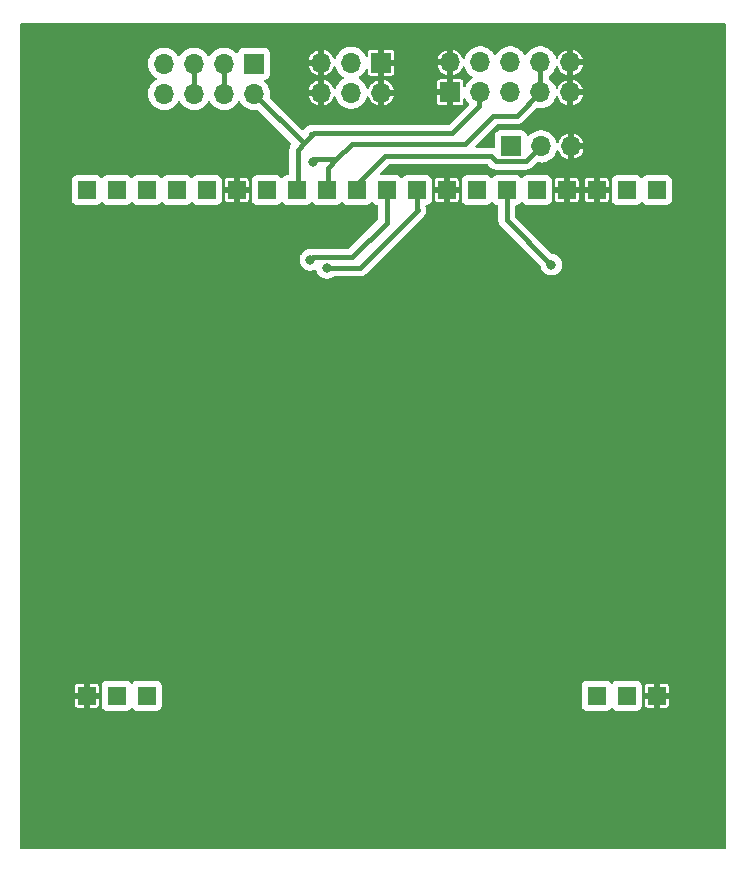
<source format=gbr>
%TF.GenerationSoftware,KiCad,Pcbnew,6.0.4-6f826c9f35~116~ubuntu20.04.1*%
%TF.CreationDate,2022-05-15T21:25:10+00:00*%
%TF.ProjectId,OLED01A,4f4c4544-3031-4412-9e6b-696361645f70,rev?*%
%TF.SameCoordinates,PX72ba1e0PY737d6e0*%
%TF.FileFunction,Copper,L1,Top*%
%TF.FilePolarity,Positive*%
%FSLAX46Y46*%
G04 Gerber Fmt 4.6, Leading zero omitted, Abs format (unit mm)*
G04 Created by KiCad (PCBNEW 6.0.4-6f826c9f35~116~ubuntu20.04.1) date 2022-05-15 21:25:10*
%MOMM*%
%LPD*%
G01*
G04 APERTURE LIST*
%TA.AperFunction,ComponentPad*%
%ADD10C,6.000000*%
%TD*%
%TA.AperFunction,ComponentPad*%
%ADD11R,1.700000X1.700000*%
%TD*%
%TA.AperFunction,ComponentPad*%
%ADD12O,1.700000X1.700000*%
%TD*%
%TA.AperFunction,ComponentPad*%
%ADD13R,1.524000X1.524000*%
%TD*%
%TA.AperFunction,ViaPad*%
%ADD14C,0.800000*%
%TD*%
%TA.AperFunction,Conductor*%
%ADD15C,0.400000*%
%TD*%
G04 APERTURE END LIST*
D10*
%TO.P,H2,1,1*%
%TO.N,GND*%
X50800000Y0D03*
%TD*%
%TO.P,H4,1,1*%
%TO.N,GND*%
X0Y0D03*
%TD*%
D11*
%TO.P,J4,1*%
%TO.N,GND*%
X31950000Y59575000D03*
D12*
%TO.P,J4,2*%
X31950000Y62115000D03*
%TO.P,J4,3*%
%TO.N,/D1*%
X34490000Y59575000D03*
%TO.P,J4,4*%
X34490000Y62115000D03*
%TO.P,J4,5*%
%TO.N,+3V3*%
X37030000Y59575000D03*
%TO.P,J4,6*%
X37030000Y62115000D03*
%TO.P,J4,7*%
%TO.N,/CLK*%
X39570000Y59575000D03*
%TO.P,J4,8*%
X39570000Y62115000D03*
%TO.P,J4,9*%
%TO.N,GND*%
X42110000Y59575000D03*
%TO.P,J4,10*%
X42110000Y62115000D03*
%TD*%
D11*
%TO.P,J2,1*%
%TO.N,+3V3*%
X37075000Y55000000D03*
D12*
%TO.P,J2,2*%
%TO.N,/DC*%
X39615000Y55000000D03*
%TO.P,J2,3*%
%TO.N,GND*%
X42155000Y55000000D03*
%TD*%
D11*
%TO.P,J1,1*%
%TO.N,/D1*%
X15320000Y62000000D03*
D12*
%TO.P,J1,2*%
X15320000Y59460000D03*
%TO.P,J1,3*%
%TO.N,/CLK*%
X12780000Y62000000D03*
%TO.P,J1,4*%
X12780000Y59460000D03*
%TO.P,J1,5*%
%TO.N,/#CS*%
X10240000Y62000000D03*
%TO.P,J1,6*%
X10240000Y59460000D03*
%TO.P,J1,7*%
%TO.N,/#RES*%
X7700000Y62000000D03*
%TO.P,J1,8*%
X7700000Y59460000D03*
%TD*%
D10*
%TO.P,H3,1,1*%
%TO.N,GND*%
X0Y60960000D03*
%TD*%
%TO.P,H1,1,1*%
%TO.N,GND*%
X50800000Y60960000D03*
%TD*%
D13*
%TO.P,DISP1,1,ESD_GND*%
%TO.N,GND*%
X1170000Y8500000D03*
%TO.P,DISP1,2*%
%TO.N,unconnected-(DISP1-Pad2)*%
X3710000Y8500000D03*
%TO.P,DISP1,3*%
%TO.N,unconnected-(DISP1-Pad3)*%
X6250000Y8500000D03*
%TO.P,DISP1,18*%
%TO.N,unconnected-(DISP1-Pad18)*%
X44350000Y8500000D03*
%TO.P,DISP1,19*%
%TO.N,unconnected-(DISP1-Pad19)*%
X46890000Y8500000D03*
%TO.P,DISP1,20,ESD_GND*%
%TO.N,GND*%
X49430000Y8500000D03*
%TO.P,DISP1,21,VCC*%
%TO.N,+12V*%
X49420000Y51300000D03*
%TO.P,DISP1,22,VCC*%
X46880000Y51300000D03*
%TO.P,DISP1,23,GND*%
%TO.N,GND*%
X44340000Y51300000D03*
%TO.P,DISP1,24,GND*%
X41800000Y51300000D03*
%TO.P,DISP1,25,VDD*%
%TO.N,+3V3*%
X39260000Y51300000D03*
%TO.P,DISP1,26,BS0*%
%TO.N,/BS0*%
X36720000Y51300000D03*
%TO.P,DISP1,27,BS1*%
%TO.N,/BS1*%
X34180000Y51300000D03*
%TO.P,DISP1,28,GND*%
%TO.N,GND*%
X31640000Y51300000D03*
%TO.P,DISP1,29,#CS*%
%TO.N,/#CS*%
X29100000Y51300000D03*
%TO.P,DISP1,30,#RES*%
%TO.N,/#RES*%
X26560000Y51300000D03*
%TO.P,DISP1,31,D/C*%
%TO.N,/DC*%
X24020000Y51300000D03*
%TO.P,DISP1,32,D0*%
%TO.N,/CLK*%
X21480000Y51300000D03*
%TO.P,DISP1,33,D1*%
%TO.N,/D1*%
X18940000Y51300000D03*
%TO.P,DISP1,34,D2*%
%TO.N,/D2*%
X16400000Y51300000D03*
%TO.P,DISP1,35,GND*%
%TO.N,GND*%
X13860000Y51300000D03*
%TO.P,DISP1,36,IRef*%
%TO.N,Net-(DISP1-Pad36)*%
X11320000Y51300000D03*
%TO.P,DISP1,37,VCOMH*%
%TO.N,Net-(C6-Pad1)*%
X8780000Y51300000D03*
%TO.P,DISP1,38,VCOMH*%
X6240000Y51300000D03*
%TO.P,DISP1,39,VCC*%
%TO.N,+12V*%
X3700000Y51300000D03*
%TO.P,DISP1,40,VCC*%
X1160000Y51300000D03*
%TD*%
D11*
%TO.P,J3,1*%
%TO.N,GND*%
X26100000Y62100000D03*
D12*
%TO.P,J3,2*%
X26100000Y59560000D03*
%TO.P,J3,3*%
%TO.N,+3V3*%
X23560000Y62100000D03*
%TO.P,J3,4*%
X23560000Y59560000D03*
%TO.P,J3,5*%
%TO.N,GND*%
X21020000Y62100000D03*
%TO.P,J3,6*%
X21020000Y59560000D03*
%TD*%
D14*
%TO.N,GND*%
X14200000Y55400000D03*
X8800000Y55700000D03*
X20000000Y38000000D03*
X26000000Y38000000D03*
X25000000Y38000000D03*
X23400000Y20600000D03*
X8800000Y54700000D03*
X41900000Y31600000D03*
X27500000Y28800000D03*
X5000000Y48800000D03*
X28600000Y27900000D03*
X27100000Y38000000D03*
X15100000Y54600000D03*
X22200000Y17800000D03*
X43100000Y31600000D03*
X24400000Y25400000D03*
X24500000Y27600000D03*
X21100000Y38000000D03*
X44300000Y31600000D03*
X41900000Y35000000D03*
X35400000Y49300000D03*
X23400000Y17800000D03*
X44300000Y35000000D03*
X22200000Y20600000D03*
X5900000Y48700000D03*
X27500000Y29700000D03*
X26900000Y27675000D03*
X43100000Y35000000D03*
%TO.N,/BS0*%
X40500000Y45000000D03*
%TO.N,/#CS*%
X21500000Y44700000D03*
%TO.N,/#RES*%
X20100000Y45400000D03*
%TO.N,/CLK*%
X20300000Y53700000D03*
%TD*%
D15*
%TO.N,/BS0*%
X40500000Y45000000D02*
X36720000Y48780000D01*
X36720000Y48780000D02*
X36720000Y51300000D01*
%TO.N,/#CS*%
X29100000Y49700000D02*
X29100000Y51300000D01*
X10240000Y59460000D02*
X10240000Y62000000D01*
X24300000Y44700000D02*
X29200000Y49600000D01*
X21500000Y44700000D02*
X24300000Y44700000D01*
X29200000Y49600000D02*
X29100000Y49700000D01*
%TO.N,/#RES*%
X23600000Y45600000D02*
X26560000Y48560000D01*
X20100000Y45400000D02*
X20300000Y45600000D01*
X26560000Y48560000D02*
X26560000Y51300000D01*
X20300000Y45600000D02*
X23600000Y45600000D01*
%TO.N,/DC*%
X35375978Y54200000D02*
X35825489Y53750489D01*
X24120000Y51880000D02*
X26440000Y54200000D01*
X38365489Y53750489D02*
X39615000Y55000000D01*
X35825489Y53750489D02*
X38365489Y53750489D01*
X26440000Y54200000D02*
X35375978Y54200000D01*
%TO.N,/CLK*%
X20500000Y53900000D02*
X20300000Y53700000D01*
X12780000Y62000000D02*
X12780000Y59460000D01*
X37595000Y57600000D02*
X35600000Y57600000D01*
X39570000Y62115000D02*
X39570000Y59575000D01*
X21580000Y53180000D02*
X21580000Y51880000D01*
X39570000Y59575000D02*
X37595000Y57600000D01*
X33200000Y55200000D02*
X23600000Y55200000D01*
X23600000Y55200000D02*
X22300000Y53900000D01*
X22300000Y53900000D02*
X20500000Y53900000D01*
X22300000Y53900000D02*
X21580000Y53180000D01*
X35600000Y57600000D02*
X33200000Y55200000D01*
%TO.N,/D1*%
X20400000Y56100000D02*
X20150000Y55850000D01*
X34400000Y59485000D02*
X34400000Y58400000D01*
X19550000Y55250000D02*
X19040000Y54740000D01*
X34400000Y58400000D02*
X32100000Y56100000D01*
X20150000Y56085000D02*
X20150000Y55850000D01*
X19530000Y55250000D02*
X19550000Y55250000D01*
X34490000Y59575000D02*
X34400000Y59485000D01*
X20150000Y55850000D02*
X19550000Y55250000D01*
X15320000Y59460000D02*
X19530000Y55250000D01*
X32100000Y56100000D02*
X20400000Y56100000D01*
X19040000Y54740000D02*
X19040000Y51880000D01*
%TD*%
%TA.AperFunction,Conductor*%
%TO.N,GND*%
G36*
X55231191Y65413093D02*
G01*
X55267155Y65363593D01*
X55272000Y65333000D01*
X55272000Y-4373000D01*
X55253093Y-4431191D01*
X55203593Y-4467155D01*
X55173000Y-4472000D01*
X-4373000Y-4472000D01*
X-4431191Y-4453093D01*
X-4467155Y-4403593D01*
X-4472000Y-4373000D01*
X-4472000Y7718234D01*
X158000Y7718234D01*
X158948Y7708612D01*
X170603Y7650017D01*
X177922Y7632349D01*
X222341Y7565870D01*
X235870Y7552341D01*
X302349Y7507922D01*
X320017Y7500603D01*
X378612Y7488948D01*
X388234Y7488000D01*
X900320Y7488000D01*
X913005Y7492122D01*
X916000Y7496243D01*
X916000Y7503680D01*
X1424000Y7503680D01*
X1428122Y7490995D01*
X1432243Y7488000D01*
X1951766Y7488000D01*
X1961388Y7488948D01*
X2019983Y7500603D01*
X2037651Y7507922D01*
X2104130Y7552341D01*
X2117659Y7565870D01*
X2162078Y7632349D01*
X2169397Y7650017D01*
X2177323Y7689866D01*
X2439500Y7689866D01*
X2446255Y7627684D01*
X2448435Y7621869D01*
X2493896Y7500603D01*
X2497385Y7491295D01*
X2584739Y7374739D01*
X2701295Y7287385D01*
X2837684Y7236255D01*
X2843856Y7235585D01*
X2843858Y7235584D01*
X2879837Y7231676D01*
X2899866Y7229500D01*
X4520134Y7229500D01*
X4540163Y7231676D01*
X4576142Y7235584D01*
X4576144Y7235585D01*
X4582316Y7236255D01*
X4718705Y7287385D01*
X4835261Y7374739D01*
X4839491Y7380383D01*
X4839495Y7380387D01*
X4900780Y7462159D01*
X4950808Y7497384D01*
X5011986Y7496476D01*
X5059220Y7462159D01*
X5120505Y7380387D01*
X5120509Y7380383D01*
X5124739Y7374739D01*
X5241295Y7287385D01*
X5377684Y7236255D01*
X5383856Y7235585D01*
X5383858Y7235584D01*
X5419837Y7231676D01*
X5439866Y7229500D01*
X7060134Y7229500D01*
X7080163Y7231676D01*
X7116142Y7235584D01*
X7116144Y7235585D01*
X7122316Y7236255D01*
X7258705Y7287385D01*
X7375261Y7374739D01*
X7462615Y7491295D01*
X7466105Y7500603D01*
X7511565Y7621869D01*
X7513745Y7627684D01*
X7520500Y7689866D01*
X43079500Y7689866D01*
X43086255Y7627684D01*
X43088435Y7621869D01*
X43133896Y7500603D01*
X43137385Y7491295D01*
X43224739Y7374739D01*
X43341295Y7287385D01*
X43477684Y7236255D01*
X43483856Y7235585D01*
X43483858Y7235584D01*
X43519837Y7231676D01*
X43539866Y7229500D01*
X45160134Y7229500D01*
X45180163Y7231676D01*
X45216142Y7235584D01*
X45216144Y7235585D01*
X45222316Y7236255D01*
X45358705Y7287385D01*
X45475261Y7374739D01*
X45479491Y7380383D01*
X45479495Y7380387D01*
X45540780Y7462159D01*
X45590808Y7497384D01*
X45651986Y7496476D01*
X45699220Y7462159D01*
X45760505Y7380387D01*
X45760509Y7380383D01*
X45764739Y7374739D01*
X45881295Y7287385D01*
X46017684Y7236255D01*
X46023856Y7235585D01*
X46023858Y7235584D01*
X46059837Y7231676D01*
X46079866Y7229500D01*
X47700134Y7229500D01*
X47720163Y7231676D01*
X47756142Y7235584D01*
X47756144Y7235585D01*
X47762316Y7236255D01*
X47898705Y7287385D01*
X48015261Y7374739D01*
X48102615Y7491295D01*
X48106105Y7500603D01*
X48151565Y7621869D01*
X48153745Y7627684D01*
X48160500Y7689866D01*
X48160500Y7718234D01*
X48418000Y7718234D01*
X48418948Y7708612D01*
X48430603Y7650017D01*
X48437922Y7632349D01*
X48482341Y7565870D01*
X48495870Y7552341D01*
X48562349Y7507922D01*
X48580017Y7500603D01*
X48638612Y7488948D01*
X48648234Y7488000D01*
X49160320Y7488000D01*
X49173005Y7492122D01*
X49176000Y7496243D01*
X49176000Y7503680D01*
X49684000Y7503680D01*
X49688122Y7490995D01*
X49692243Y7488000D01*
X50211766Y7488000D01*
X50221388Y7488948D01*
X50279983Y7500603D01*
X50297651Y7507922D01*
X50364130Y7552341D01*
X50377659Y7565870D01*
X50422078Y7632349D01*
X50429397Y7650017D01*
X50441052Y7708612D01*
X50442000Y7718234D01*
X50442000Y8230320D01*
X50437878Y8243005D01*
X50433757Y8246000D01*
X49699680Y8246000D01*
X49686995Y8241878D01*
X49684000Y8237757D01*
X49684000Y7503680D01*
X49176000Y7503680D01*
X49176000Y8230320D01*
X49171878Y8243005D01*
X49167757Y8246000D01*
X48433680Y8246000D01*
X48420995Y8241878D01*
X48418000Y8237757D01*
X48418000Y7718234D01*
X48160500Y7718234D01*
X48160500Y8769680D01*
X48418000Y8769680D01*
X48422122Y8756995D01*
X48426243Y8754000D01*
X49160320Y8754000D01*
X49173005Y8758122D01*
X49176000Y8762243D01*
X49176000Y8769680D01*
X49684000Y8769680D01*
X49688122Y8756995D01*
X49692243Y8754000D01*
X50426320Y8754000D01*
X50439005Y8758122D01*
X50442000Y8762243D01*
X50442000Y9281766D01*
X50441052Y9291388D01*
X50429397Y9349983D01*
X50422078Y9367651D01*
X50377659Y9434130D01*
X50364130Y9447659D01*
X50297651Y9492078D01*
X50279983Y9499397D01*
X50221388Y9511052D01*
X50211766Y9512000D01*
X49699680Y9512000D01*
X49686995Y9507878D01*
X49684000Y9503757D01*
X49684000Y8769680D01*
X49176000Y8769680D01*
X49176000Y9496320D01*
X49171878Y9509005D01*
X49167757Y9512000D01*
X48648234Y9512000D01*
X48638612Y9511052D01*
X48580017Y9499397D01*
X48562349Y9492078D01*
X48495870Y9447659D01*
X48482341Y9434130D01*
X48437922Y9367651D01*
X48430603Y9349983D01*
X48418948Y9291388D01*
X48418000Y9281766D01*
X48418000Y8769680D01*
X48160500Y8769680D01*
X48160500Y9310134D01*
X48153745Y9372316D01*
X48107258Y9496320D01*
X48105089Y9502106D01*
X48105089Y9502107D01*
X48102615Y9508705D01*
X48015261Y9625261D01*
X47898705Y9712615D01*
X47762316Y9763745D01*
X47756144Y9764415D01*
X47756142Y9764416D01*
X47720163Y9768324D01*
X47700134Y9770500D01*
X46079866Y9770500D01*
X46059837Y9768324D01*
X46023858Y9764416D01*
X46023856Y9764415D01*
X46017684Y9763745D01*
X45881295Y9712615D01*
X45764739Y9625261D01*
X45760509Y9619617D01*
X45760505Y9619613D01*
X45699220Y9537841D01*
X45649192Y9502616D01*
X45588014Y9503524D01*
X45540780Y9537841D01*
X45479495Y9619613D01*
X45479491Y9619617D01*
X45475261Y9625261D01*
X45358705Y9712615D01*
X45222316Y9763745D01*
X45216144Y9764415D01*
X45216142Y9764416D01*
X45180163Y9768324D01*
X45160134Y9770500D01*
X43539866Y9770500D01*
X43519837Y9768324D01*
X43483858Y9764416D01*
X43483856Y9764415D01*
X43477684Y9763745D01*
X43341295Y9712615D01*
X43224739Y9625261D01*
X43137385Y9508705D01*
X43134911Y9502107D01*
X43134911Y9502106D01*
X43132742Y9496320D01*
X43086255Y9372316D01*
X43079500Y9310134D01*
X43079500Y7689866D01*
X7520500Y7689866D01*
X7520500Y9310134D01*
X7513745Y9372316D01*
X7467258Y9496320D01*
X7465089Y9502106D01*
X7465089Y9502107D01*
X7462615Y9508705D01*
X7375261Y9625261D01*
X7258705Y9712615D01*
X7122316Y9763745D01*
X7116144Y9764415D01*
X7116142Y9764416D01*
X7080163Y9768324D01*
X7060134Y9770500D01*
X5439866Y9770500D01*
X5419837Y9768324D01*
X5383858Y9764416D01*
X5383856Y9764415D01*
X5377684Y9763745D01*
X5241295Y9712615D01*
X5124739Y9625261D01*
X5120509Y9619617D01*
X5120505Y9619613D01*
X5059220Y9537841D01*
X5009192Y9502616D01*
X4948014Y9503524D01*
X4900780Y9537841D01*
X4839495Y9619613D01*
X4839491Y9619617D01*
X4835261Y9625261D01*
X4718705Y9712615D01*
X4582316Y9763745D01*
X4576144Y9764415D01*
X4576142Y9764416D01*
X4540163Y9768324D01*
X4520134Y9770500D01*
X2899866Y9770500D01*
X2879837Y9768324D01*
X2843858Y9764416D01*
X2843856Y9764415D01*
X2837684Y9763745D01*
X2701295Y9712615D01*
X2584739Y9625261D01*
X2497385Y9508705D01*
X2494911Y9502107D01*
X2494911Y9502106D01*
X2492742Y9496320D01*
X2446255Y9372316D01*
X2439500Y9310134D01*
X2439500Y7689866D01*
X2177323Y7689866D01*
X2181052Y7708612D01*
X2182000Y7718234D01*
X2182000Y8230320D01*
X2177878Y8243005D01*
X2173757Y8246000D01*
X1439680Y8246000D01*
X1426995Y8241878D01*
X1424000Y8237757D01*
X1424000Y7503680D01*
X916000Y7503680D01*
X916000Y8230320D01*
X911878Y8243005D01*
X907757Y8246000D01*
X173680Y8246000D01*
X160995Y8241878D01*
X158000Y8237757D01*
X158000Y7718234D01*
X-4472000Y7718234D01*
X-4472000Y8769680D01*
X158000Y8769680D01*
X162122Y8756995D01*
X166243Y8754000D01*
X900320Y8754000D01*
X913005Y8758122D01*
X916000Y8762243D01*
X916000Y8769680D01*
X1424000Y8769680D01*
X1428122Y8756995D01*
X1432243Y8754000D01*
X2166320Y8754000D01*
X2179005Y8758122D01*
X2182000Y8762243D01*
X2182000Y9281766D01*
X2181052Y9291388D01*
X2169397Y9349983D01*
X2162078Y9367651D01*
X2117659Y9434130D01*
X2104130Y9447659D01*
X2037651Y9492078D01*
X2019983Y9499397D01*
X1961388Y9511052D01*
X1951766Y9512000D01*
X1439680Y9512000D01*
X1426995Y9507878D01*
X1424000Y9503757D01*
X1424000Y8769680D01*
X916000Y8769680D01*
X916000Y9496320D01*
X911878Y9509005D01*
X907757Y9512000D01*
X388234Y9512000D01*
X378612Y9511052D01*
X320017Y9499397D01*
X302349Y9492078D01*
X235870Y9447659D01*
X222341Y9434130D01*
X177922Y9367651D01*
X170603Y9349983D01*
X158948Y9291388D01*
X158000Y9281766D01*
X158000Y8769680D01*
X-4472000Y8769680D01*
X-4472000Y50489866D01*
X-110500Y50489866D01*
X-103745Y50427684D01*
X-101565Y50421869D01*
X-56104Y50300603D01*
X-52615Y50291295D01*
X34739Y50174739D01*
X151295Y50087385D01*
X287684Y50036255D01*
X293856Y50035585D01*
X293858Y50035584D01*
X329837Y50031676D01*
X349866Y50029500D01*
X1970134Y50029500D01*
X1990163Y50031676D01*
X2026142Y50035584D01*
X2026144Y50035585D01*
X2032316Y50036255D01*
X2168705Y50087385D01*
X2285261Y50174739D01*
X2289491Y50180383D01*
X2289495Y50180387D01*
X2350780Y50262159D01*
X2400808Y50297384D01*
X2461986Y50296476D01*
X2509220Y50262159D01*
X2570505Y50180387D01*
X2570509Y50180383D01*
X2574739Y50174739D01*
X2691295Y50087385D01*
X2827684Y50036255D01*
X2833856Y50035585D01*
X2833858Y50035584D01*
X2869837Y50031676D01*
X2889866Y50029500D01*
X4510134Y50029500D01*
X4530163Y50031676D01*
X4566142Y50035584D01*
X4566144Y50035585D01*
X4572316Y50036255D01*
X4708705Y50087385D01*
X4825261Y50174739D01*
X4829491Y50180383D01*
X4829495Y50180387D01*
X4890780Y50262159D01*
X4940808Y50297384D01*
X5001986Y50296476D01*
X5049220Y50262159D01*
X5110505Y50180387D01*
X5110509Y50180383D01*
X5114739Y50174739D01*
X5231295Y50087385D01*
X5367684Y50036255D01*
X5373856Y50035585D01*
X5373858Y50035584D01*
X5409837Y50031676D01*
X5429866Y50029500D01*
X7050134Y50029500D01*
X7070163Y50031676D01*
X7106142Y50035584D01*
X7106144Y50035585D01*
X7112316Y50036255D01*
X7248705Y50087385D01*
X7365261Y50174739D01*
X7369491Y50180383D01*
X7369495Y50180387D01*
X7430780Y50262159D01*
X7480808Y50297384D01*
X7541986Y50296476D01*
X7589220Y50262159D01*
X7650505Y50180387D01*
X7650509Y50180383D01*
X7654739Y50174739D01*
X7771295Y50087385D01*
X7907684Y50036255D01*
X7913856Y50035585D01*
X7913858Y50035584D01*
X7949837Y50031676D01*
X7969866Y50029500D01*
X9590134Y50029500D01*
X9610163Y50031676D01*
X9646142Y50035584D01*
X9646144Y50035585D01*
X9652316Y50036255D01*
X9788705Y50087385D01*
X9905261Y50174739D01*
X9909491Y50180383D01*
X9909495Y50180387D01*
X9970780Y50262159D01*
X10020808Y50297384D01*
X10081986Y50296476D01*
X10129220Y50262159D01*
X10190505Y50180387D01*
X10190509Y50180383D01*
X10194739Y50174739D01*
X10311295Y50087385D01*
X10447684Y50036255D01*
X10453856Y50035585D01*
X10453858Y50035584D01*
X10489837Y50031676D01*
X10509866Y50029500D01*
X12130134Y50029500D01*
X12150163Y50031676D01*
X12186142Y50035584D01*
X12186144Y50035585D01*
X12192316Y50036255D01*
X12328705Y50087385D01*
X12445261Y50174739D01*
X12532615Y50291295D01*
X12536105Y50300603D01*
X12581565Y50421869D01*
X12583745Y50427684D01*
X12590500Y50489866D01*
X12590500Y50518234D01*
X12848000Y50518234D01*
X12848948Y50508612D01*
X12860603Y50450017D01*
X12867922Y50432349D01*
X12912341Y50365870D01*
X12925870Y50352341D01*
X12992349Y50307922D01*
X13010017Y50300603D01*
X13068612Y50288948D01*
X13078234Y50288000D01*
X13590320Y50288000D01*
X13603005Y50292122D01*
X13606000Y50296243D01*
X13606000Y50303680D01*
X14114000Y50303680D01*
X14118122Y50290995D01*
X14122243Y50288000D01*
X14641766Y50288000D01*
X14651388Y50288948D01*
X14709983Y50300603D01*
X14727651Y50307922D01*
X14794130Y50352341D01*
X14807659Y50365870D01*
X14852078Y50432349D01*
X14859397Y50450017D01*
X14871052Y50508612D01*
X14872000Y50518234D01*
X14872000Y51030320D01*
X14867878Y51043005D01*
X14863757Y51046000D01*
X14129680Y51046000D01*
X14116995Y51041878D01*
X14114000Y51037757D01*
X14114000Y50303680D01*
X13606000Y50303680D01*
X13606000Y51030320D01*
X13601878Y51043005D01*
X13597757Y51046000D01*
X12863680Y51046000D01*
X12850995Y51041878D01*
X12848000Y51037757D01*
X12848000Y50518234D01*
X12590500Y50518234D01*
X12590500Y51569680D01*
X12848000Y51569680D01*
X12852122Y51556995D01*
X12856243Y51554000D01*
X13590320Y51554000D01*
X13603005Y51558122D01*
X13606000Y51562243D01*
X13606000Y51569680D01*
X14114000Y51569680D01*
X14118122Y51556995D01*
X14122243Y51554000D01*
X14856320Y51554000D01*
X14869005Y51558122D01*
X14872000Y51562243D01*
X14872000Y52081766D01*
X14871052Y52091388D01*
X14859397Y52149983D01*
X14852078Y52167651D01*
X14807659Y52234130D01*
X14794130Y52247659D01*
X14727651Y52292078D01*
X14709983Y52299397D01*
X14651388Y52311052D01*
X14641766Y52312000D01*
X14129680Y52312000D01*
X14116995Y52307878D01*
X14114000Y52303757D01*
X14114000Y51569680D01*
X13606000Y51569680D01*
X13606000Y52296320D01*
X13601878Y52309005D01*
X13597757Y52312000D01*
X13078234Y52312000D01*
X13068612Y52311052D01*
X13010017Y52299397D01*
X12992349Y52292078D01*
X12925870Y52247659D01*
X12912341Y52234130D01*
X12867922Y52167651D01*
X12860603Y52149983D01*
X12848948Y52091388D01*
X12848000Y52081766D01*
X12848000Y51569680D01*
X12590500Y51569680D01*
X12590500Y52110134D01*
X12583745Y52172316D01*
X12537258Y52296320D01*
X12535089Y52302106D01*
X12535089Y52302107D01*
X12532615Y52308705D01*
X12445261Y52425261D01*
X12328705Y52512615D01*
X12192316Y52563745D01*
X12186144Y52564415D01*
X12186142Y52564416D01*
X12150163Y52568324D01*
X12130134Y52570500D01*
X10509866Y52570500D01*
X10489837Y52568324D01*
X10453858Y52564416D01*
X10453856Y52564415D01*
X10447684Y52563745D01*
X10311295Y52512615D01*
X10194739Y52425261D01*
X10190509Y52419617D01*
X10190505Y52419613D01*
X10129220Y52337841D01*
X10079192Y52302616D01*
X10018014Y52303524D01*
X9970780Y52337841D01*
X9909495Y52419613D01*
X9909491Y52419617D01*
X9905261Y52425261D01*
X9788705Y52512615D01*
X9652316Y52563745D01*
X9646144Y52564415D01*
X9646142Y52564416D01*
X9610163Y52568324D01*
X9590134Y52570500D01*
X7969866Y52570500D01*
X7949837Y52568324D01*
X7913858Y52564416D01*
X7913856Y52564415D01*
X7907684Y52563745D01*
X7771295Y52512615D01*
X7654739Y52425261D01*
X7650509Y52419617D01*
X7650505Y52419613D01*
X7589220Y52337841D01*
X7539192Y52302616D01*
X7478014Y52303524D01*
X7430780Y52337841D01*
X7369495Y52419613D01*
X7369491Y52419617D01*
X7365261Y52425261D01*
X7248705Y52512615D01*
X7112316Y52563745D01*
X7106144Y52564415D01*
X7106142Y52564416D01*
X7070163Y52568324D01*
X7050134Y52570500D01*
X5429866Y52570500D01*
X5409837Y52568324D01*
X5373858Y52564416D01*
X5373856Y52564415D01*
X5367684Y52563745D01*
X5231295Y52512615D01*
X5114739Y52425261D01*
X5110509Y52419617D01*
X5110505Y52419613D01*
X5049220Y52337841D01*
X4999192Y52302616D01*
X4938014Y52303524D01*
X4890780Y52337841D01*
X4829495Y52419613D01*
X4829491Y52419617D01*
X4825261Y52425261D01*
X4708705Y52512615D01*
X4572316Y52563745D01*
X4566144Y52564415D01*
X4566142Y52564416D01*
X4530163Y52568324D01*
X4510134Y52570500D01*
X2889866Y52570500D01*
X2869837Y52568324D01*
X2833858Y52564416D01*
X2833856Y52564415D01*
X2827684Y52563745D01*
X2691295Y52512615D01*
X2574739Y52425261D01*
X2570509Y52419617D01*
X2570505Y52419613D01*
X2509220Y52337841D01*
X2459192Y52302616D01*
X2398014Y52303524D01*
X2350780Y52337841D01*
X2289495Y52419613D01*
X2289491Y52419617D01*
X2285261Y52425261D01*
X2168705Y52512615D01*
X2032316Y52563745D01*
X2026144Y52564415D01*
X2026142Y52564416D01*
X1990163Y52568324D01*
X1970134Y52570500D01*
X349866Y52570500D01*
X329837Y52568324D01*
X293858Y52564416D01*
X293856Y52564415D01*
X287684Y52563745D01*
X151295Y52512615D01*
X34739Y52425261D01*
X-52615Y52308705D01*
X-55089Y52302107D01*
X-55089Y52302106D01*
X-57258Y52296320D01*
X-103745Y52172316D01*
X-110500Y52110134D01*
X-110500Y50489866D01*
X-4472000Y50489866D01*
X-4472000Y59493305D01*
X6337251Y59493305D01*
X6350110Y59270285D01*
X6363968Y59208794D01*
X6397909Y59058189D01*
X6399222Y59052361D01*
X6400751Y59048597D01*
X6400752Y59048592D01*
X6473424Y58869621D01*
X6483266Y58845384D01*
X6485390Y58841918D01*
X6485392Y58841914D01*
X6592284Y58667482D01*
X6599987Y58654912D01*
X6602648Y58651840D01*
X6602651Y58651836D01*
X6743584Y58489139D01*
X6743588Y58489135D01*
X6746250Y58486062D01*
X6749377Y58483466D01*
X6749378Y58483465D01*
X6915003Y58345960D01*
X6915009Y58345956D01*
X6918126Y58343368D01*
X7111000Y58230662D01*
X7319692Y58150970D01*
X7538597Y58106433D01*
X7542654Y58106284D01*
X7542656Y58106284D01*
X7606445Y58103945D01*
X7761837Y58098247D01*
X7765856Y58098762D01*
X7765860Y58098762D01*
X7979384Y58126115D01*
X7979390Y58126116D01*
X7983416Y58126632D01*
X7987309Y58127800D01*
X7987314Y58127801D01*
X8183208Y58186573D01*
X8197384Y58190826D01*
X8397994Y58289104D01*
X8579860Y58418827D01*
X8738096Y58576511D01*
X8868453Y58757923D01*
X8882038Y58785410D01*
X8924769Y58829198D01*
X8985079Y58839508D01*
X9039931Y58812399D01*
X9055200Y58793272D01*
X9128511Y58673640D01*
X9139987Y58654912D01*
X9142648Y58651840D01*
X9142651Y58651836D01*
X9283584Y58489139D01*
X9283588Y58489135D01*
X9286250Y58486062D01*
X9289377Y58483466D01*
X9289378Y58483465D01*
X9455003Y58345960D01*
X9455009Y58345956D01*
X9458126Y58343368D01*
X9651000Y58230662D01*
X9859692Y58150970D01*
X10078597Y58106433D01*
X10082654Y58106284D01*
X10082656Y58106284D01*
X10146445Y58103945D01*
X10301837Y58098247D01*
X10305856Y58098762D01*
X10305860Y58098762D01*
X10519384Y58126115D01*
X10519390Y58126116D01*
X10523416Y58126632D01*
X10527309Y58127800D01*
X10527314Y58127801D01*
X10723208Y58186573D01*
X10737384Y58190826D01*
X10937994Y58289104D01*
X11119860Y58418827D01*
X11278096Y58576511D01*
X11408453Y58757923D01*
X11422038Y58785410D01*
X11464769Y58829198D01*
X11525079Y58839508D01*
X11579931Y58812399D01*
X11595200Y58793272D01*
X11668511Y58673640D01*
X11679987Y58654912D01*
X11682648Y58651840D01*
X11682651Y58651836D01*
X11823584Y58489139D01*
X11823588Y58489135D01*
X11826250Y58486062D01*
X11829377Y58483466D01*
X11829378Y58483465D01*
X11995003Y58345960D01*
X11995009Y58345956D01*
X11998126Y58343368D01*
X12191000Y58230662D01*
X12399692Y58150970D01*
X12618597Y58106433D01*
X12622654Y58106284D01*
X12622656Y58106284D01*
X12686445Y58103945D01*
X12841837Y58098247D01*
X12845856Y58098762D01*
X12845860Y58098762D01*
X13059384Y58126115D01*
X13059390Y58126116D01*
X13063416Y58126632D01*
X13067309Y58127800D01*
X13067314Y58127801D01*
X13263208Y58186573D01*
X13277384Y58190826D01*
X13477994Y58289104D01*
X13659860Y58418827D01*
X13818096Y58576511D01*
X13948453Y58757923D01*
X13962038Y58785410D01*
X14004769Y58829198D01*
X14065079Y58839508D01*
X14119931Y58812399D01*
X14135200Y58793272D01*
X14208511Y58673640D01*
X14219987Y58654912D01*
X14222648Y58651840D01*
X14222651Y58651836D01*
X14363584Y58489139D01*
X14363588Y58489135D01*
X14366250Y58486062D01*
X14369377Y58483466D01*
X14369378Y58483465D01*
X14535003Y58345960D01*
X14535009Y58345956D01*
X14538126Y58343368D01*
X14731000Y58230662D01*
X14939692Y58150970D01*
X15158597Y58106433D01*
X15162654Y58106284D01*
X15162656Y58106284D01*
X15226445Y58103945D01*
X15381837Y58098247D01*
X15385855Y58098762D01*
X15385861Y58098762D01*
X15597737Y58125904D01*
X15657858Y58114543D01*
X15680320Y58097710D01*
X18471759Y55306270D01*
X18499536Y55251753D01*
X18489965Y55191321D01*
X18482755Y55179344D01*
X18472469Y55164707D01*
X18469376Y55160543D01*
X18429524Y55109718D01*
X18427069Y55104280D01*
X18425653Y55101145D01*
X18416421Y55084959D01*
X18411010Y55077261D01*
X18387534Y55017047D01*
X18385543Y55012313D01*
X18358955Y54953427D01*
X18357868Y54947562D01*
X18357866Y54947556D01*
X18357240Y54944176D01*
X18352137Y54926262D01*
X18348718Y54917491D01*
X18346422Y54900052D01*
X18340286Y54853445D01*
X18339475Y54848326D01*
X18335467Y54826698D01*
X18327704Y54784814D01*
X18330582Y54734906D01*
X18331336Y54721828D01*
X18331500Y54716129D01*
X18331500Y52669500D01*
X18312593Y52611309D01*
X18263093Y52575345D01*
X18232500Y52570500D01*
X18129866Y52570500D01*
X18109837Y52568324D01*
X18073858Y52564416D01*
X18073856Y52564415D01*
X18067684Y52563745D01*
X17931295Y52512615D01*
X17814739Y52425261D01*
X17810509Y52419617D01*
X17810505Y52419613D01*
X17749220Y52337841D01*
X17699192Y52302616D01*
X17638014Y52303524D01*
X17590780Y52337841D01*
X17529495Y52419613D01*
X17529491Y52419617D01*
X17525261Y52425261D01*
X17408705Y52512615D01*
X17272316Y52563745D01*
X17266144Y52564415D01*
X17266142Y52564416D01*
X17230163Y52568324D01*
X17210134Y52570500D01*
X15589866Y52570500D01*
X15569837Y52568324D01*
X15533858Y52564416D01*
X15533856Y52564415D01*
X15527684Y52563745D01*
X15391295Y52512615D01*
X15274739Y52425261D01*
X15187385Y52308705D01*
X15184911Y52302107D01*
X15184911Y52302106D01*
X15182742Y52296320D01*
X15136255Y52172316D01*
X15129500Y52110134D01*
X15129500Y50489866D01*
X15136255Y50427684D01*
X15138435Y50421869D01*
X15183896Y50300603D01*
X15187385Y50291295D01*
X15274739Y50174739D01*
X15391295Y50087385D01*
X15527684Y50036255D01*
X15533856Y50035585D01*
X15533858Y50035584D01*
X15569837Y50031676D01*
X15589866Y50029500D01*
X17210134Y50029500D01*
X17230163Y50031676D01*
X17266142Y50035584D01*
X17266144Y50035585D01*
X17272316Y50036255D01*
X17408705Y50087385D01*
X17525261Y50174739D01*
X17529491Y50180383D01*
X17529495Y50180387D01*
X17590780Y50262159D01*
X17640808Y50297384D01*
X17701986Y50296476D01*
X17749220Y50262159D01*
X17810505Y50180387D01*
X17810509Y50180383D01*
X17814739Y50174739D01*
X17931295Y50087385D01*
X18067684Y50036255D01*
X18073856Y50035585D01*
X18073858Y50035584D01*
X18109837Y50031676D01*
X18129866Y50029500D01*
X19750134Y50029500D01*
X19770163Y50031676D01*
X19806142Y50035584D01*
X19806144Y50035585D01*
X19812316Y50036255D01*
X19948705Y50087385D01*
X20065261Y50174739D01*
X20069491Y50180383D01*
X20069495Y50180387D01*
X20130780Y50262159D01*
X20180808Y50297384D01*
X20241986Y50296476D01*
X20289220Y50262159D01*
X20350505Y50180387D01*
X20350509Y50180383D01*
X20354739Y50174739D01*
X20471295Y50087385D01*
X20607684Y50036255D01*
X20613856Y50035585D01*
X20613858Y50035584D01*
X20649837Y50031676D01*
X20669866Y50029500D01*
X22290134Y50029500D01*
X22310163Y50031676D01*
X22346142Y50035584D01*
X22346144Y50035585D01*
X22352316Y50036255D01*
X22488705Y50087385D01*
X22605261Y50174739D01*
X22609491Y50180383D01*
X22609495Y50180387D01*
X22670780Y50262159D01*
X22720808Y50297384D01*
X22781986Y50296476D01*
X22829220Y50262159D01*
X22890505Y50180387D01*
X22890509Y50180383D01*
X22894739Y50174739D01*
X23011295Y50087385D01*
X23147684Y50036255D01*
X23153856Y50035585D01*
X23153858Y50035584D01*
X23189837Y50031676D01*
X23209866Y50029500D01*
X24830134Y50029500D01*
X24850163Y50031676D01*
X24886142Y50035584D01*
X24886144Y50035585D01*
X24892316Y50036255D01*
X25028705Y50087385D01*
X25145261Y50174739D01*
X25149491Y50180383D01*
X25149495Y50180387D01*
X25210780Y50262159D01*
X25260808Y50297384D01*
X25321986Y50296476D01*
X25369220Y50262159D01*
X25430505Y50180387D01*
X25430509Y50180383D01*
X25434739Y50174739D01*
X25551295Y50087385D01*
X25687684Y50036255D01*
X25693856Y50035585D01*
X25693858Y50035584D01*
X25729837Y50031676D01*
X25749866Y50029500D01*
X25752542Y50029500D01*
X25755219Y50029355D01*
X25755180Y50028629D01*
X25810691Y50010593D01*
X25846655Y49961093D01*
X25851500Y49930500D01*
X25851500Y48894478D01*
X25832593Y48836287D01*
X25822504Y48824474D01*
X23335526Y46337496D01*
X23281009Y46309719D01*
X23265522Y46308500D01*
X20328014Y46308500D01*
X20321281Y46308729D01*
X20319110Y46308877D01*
X20262648Y46312726D01*
X20233719Y46307677D01*
X20205863Y46308194D01*
X20205725Y46306879D01*
X20200559Y46307422D01*
X20195487Y46308500D01*
X20004513Y46308500D01*
X19857917Y46277340D01*
X19822783Y46269872D01*
X19822782Y46269872D01*
X19817712Y46268794D01*
X19812978Y46266686D01*
X19812974Y46266685D01*
X19745723Y46236742D01*
X19643248Y46191118D01*
X19488747Y46078866D01*
X19485281Y46075017D01*
X19485277Y46075013D01*
X19371424Y45948566D01*
X19360960Y45936944D01*
X19358365Y45932449D01*
X19268067Y45776050D01*
X19268065Y45776045D01*
X19265473Y45771556D01*
X19263871Y45766625D01*
X19208060Y45594860D01*
X19208059Y45594855D01*
X19206458Y45589928D01*
X19186496Y45400000D01*
X19206458Y45210072D01*
X19208059Y45205145D01*
X19208060Y45205140D01*
X19213003Y45189928D01*
X19265473Y45028444D01*
X19268065Y45023955D01*
X19268067Y45023950D01*
X19324658Y44925932D01*
X19360960Y44863056D01*
X19364432Y44859200D01*
X19485277Y44724987D01*
X19485281Y44724983D01*
X19488747Y44721134D01*
X19643248Y44608882D01*
X19728205Y44571057D01*
X19812974Y44533315D01*
X19812978Y44533314D01*
X19817712Y44531206D01*
X19822782Y44530128D01*
X19822783Y44530128D01*
X19857917Y44522660D01*
X20004513Y44491500D01*
X20195487Y44491500D01*
X20342083Y44522660D01*
X20377217Y44530128D01*
X20377218Y44530128D01*
X20382288Y44531206D01*
X20471796Y44571057D01*
X20532644Y44577453D01*
X20585632Y44546860D01*
X20604678Y44509494D01*
X20606458Y44510072D01*
X20665473Y44328444D01*
X20668065Y44323955D01*
X20668067Y44323950D01*
X20730459Y44215885D01*
X20760960Y44163056D01*
X20764432Y44159200D01*
X20885277Y44024987D01*
X20885281Y44024983D01*
X20888747Y44021134D01*
X21043248Y43908882D01*
X21145723Y43863258D01*
X21212974Y43833315D01*
X21212978Y43833314D01*
X21217712Y43831206D01*
X21222782Y43830128D01*
X21222783Y43830128D01*
X21257917Y43822660D01*
X21404513Y43791500D01*
X21595487Y43791500D01*
X21742083Y43822660D01*
X21777217Y43830128D01*
X21777218Y43830128D01*
X21782288Y43831206D01*
X21787022Y43833314D01*
X21787026Y43833315D01*
X21869520Y43870044D01*
X21956752Y43908882D01*
X22044443Y43972594D01*
X22102632Y43991500D01*
X24272001Y43991500D01*
X24278734Y43991271D01*
X24337352Y43987275D01*
X24343224Y43988300D01*
X24343228Y43988300D01*
X24400987Y43998381D01*
X24406115Y43999138D01*
X24464320Y44006181D01*
X24464323Y44006182D01*
X24470242Y44006898D01*
X24475820Y44009006D01*
X24475825Y44009007D01*
X24479040Y44010222D01*
X24497013Y44015139D01*
X24497811Y44015278D01*
X24506284Y44016757D01*
X24565436Y44042723D01*
X24570232Y44044681D01*
X24625072Y44065403D01*
X24630656Y44067513D01*
X24638413Y44072844D01*
X24654683Y44081900D01*
X24663305Y44085685D01*
X24714552Y44125009D01*
X24718747Y44128057D01*
X24767064Y44161264D01*
X24771981Y44164643D01*
X24813942Y44211739D01*
X24817855Y44215885D01*
X29695036Y49093065D01*
X29695404Y49093430D01*
X29755081Y49152485D01*
X29755082Y49152486D01*
X29759325Y49156685D01*
X29779801Y49190099D01*
X29786297Y49199445D01*
X29806793Y49225585D01*
X29810476Y49230282D01*
X29812931Y49235719D01*
X29812934Y49235724D01*
X29824853Y49262123D01*
X29830671Y49273112D01*
X29845808Y49297812D01*
X29845809Y49297814D01*
X29848925Y49302899D01*
X29860836Y49340220D01*
X29864920Y49350860D01*
X29878590Y49381136D01*
X29881045Y49386573D01*
X29887411Y49420922D01*
X29890439Y49432978D01*
X29899247Y49460579D01*
X29901062Y49466265D01*
X29903727Y49505360D01*
X29905156Y49516667D01*
X29911206Y49549312D01*
X29912295Y49555186D01*
X29910284Y49590065D01*
X29910349Y49602497D01*
X29912319Y49631401D01*
X29912725Y49637352D01*
X29905988Y49675954D01*
X29904679Y49687269D01*
X29902767Y49720428D01*
X29902424Y49726385D01*
X29892149Y49759785D01*
X29889248Y49771868D01*
X29884268Y49800404D01*
X29883242Y49806284D01*
X29867492Y49842164D01*
X29863521Y49852844D01*
X29853757Y49884581D01*
X29852001Y49890289D01*
X29849953Y49893712D01*
X29843637Y49953796D01*
X29874230Y50006784D01*
X29929781Y50031634D01*
X29966143Y50035584D01*
X29966146Y50035585D01*
X29972316Y50036255D01*
X30108705Y50087385D01*
X30225261Y50174739D01*
X30312615Y50291295D01*
X30316105Y50300603D01*
X30361565Y50421869D01*
X30363745Y50427684D01*
X30370500Y50489866D01*
X30370500Y50518234D01*
X30628000Y50518234D01*
X30628948Y50508612D01*
X30640603Y50450017D01*
X30647922Y50432349D01*
X30692341Y50365870D01*
X30705870Y50352341D01*
X30772349Y50307922D01*
X30790017Y50300603D01*
X30848612Y50288948D01*
X30858234Y50288000D01*
X31370320Y50288000D01*
X31383005Y50292122D01*
X31386000Y50296243D01*
X31386000Y50303680D01*
X31894000Y50303680D01*
X31898122Y50290995D01*
X31902243Y50288000D01*
X32421766Y50288000D01*
X32431388Y50288948D01*
X32489983Y50300603D01*
X32507651Y50307922D01*
X32574130Y50352341D01*
X32587659Y50365870D01*
X32632078Y50432349D01*
X32639397Y50450017D01*
X32647323Y50489866D01*
X32909500Y50489866D01*
X32916255Y50427684D01*
X32918435Y50421869D01*
X32963896Y50300603D01*
X32967385Y50291295D01*
X33054739Y50174739D01*
X33171295Y50087385D01*
X33307684Y50036255D01*
X33313856Y50035585D01*
X33313858Y50035584D01*
X33349837Y50031676D01*
X33369866Y50029500D01*
X34990134Y50029500D01*
X35010163Y50031676D01*
X35046142Y50035584D01*
X35046144Y50035585D01*
X35052316Y50036255D01*
X35188705Y50087385D01*
X35305261Y50174739D01*
X35309491Y50180383D01*
X35309495Y50180387D01*
X35370780Y50262159D01*
X35420808Y50297384D01*
X35481986Y50296476D01*
X35529220Y50262159D01*
X35590505Y50180387D01*
X35590509Y50180383D01*
X35594739Y50174739D01*
X35711295Y50087385D01*
X35847684Y50036255D01*
X35853856Y50035585D01*
X35853858Y50035584D01*
X35889837Y50031676D01*
X35909866Y50029500D01*
X35912542Y50029500D01*
X35915219Y50029355D01*
X35915180Y50028629D01*
X35970691Y50010593D01*
X36006655Y49961093D01*
X36011500Y49930500D01*
X36011500Y48807999D01*
X36011271Y48801266D01*
X36007275Y48742648D01*
X36008300Y48736776D01*
X36008300Y48736772D01*
X36018381Y48679013D01*
X36019138Y48673886D01*
X36026898Y48609758D01*
X36029006Y48604180D01*
X36029007Y48604175D01*
X36030222Y48600960D01*
X36035139Y48582987D01*
X36036757Y48573716D01*
X36039157Y48568249D01*
X36062722Y48514567D01*
X36064680Y48509771D01*
X36087513Y48449344D01*
X36092844Y48441587D01*
X36101900Y48425317D01*
X36105685Y48416695D01*
X36109321Y48411957D01*
X36145009Y48365448D01*
X36148057Y48361253D01*
X36184643Y48308019D01*
X36189097Y48304051D01*
X36231739Y48266058D01*
X36235885Y48262145D01*
X39572097Y44925932D01*
X39600551Y44866277D01*
X39606458Y44810072D01*
X39608059Y44805145D01*
X39608060Y44805140D01*
X39634104Y44724987D01*
X39665473Y44628444D01*
X39668065Y44623955D01*
X39668067Y44623950D01*
X39720396Y44533315D01*
X39760960Y44463056D01*
X39764432Y44459200D01*
X39885277Y44324987D01*
X39885281Y44324983D01*
X39888747Y44321134D01*
X40043248Y44208882D01*
X40142611Y44164643D01*
X40212974Y44133315D01*
X40212978Y44133314D01*
X40217712Y44131206D01*
X40222782Y44130128D01*
X40222783Y44130128D01*
X40239433Y44126589D01*
X40404513Y44091500D01*
X40595487Y44091500D01*
X40760567Y44126589D01*
X40777217Y44130128D01*
X40777218Y44130128D01*
X40782288Y44131206D01*
X40787022Y44133314D01*
X40787026Y44133315D01*
X40857389Y44164643D01*
X40956752Y44208882D01*
X41111253Y44321134D01*
X41114719Y44324983D01*
X41114723Y44324987D01*
X41235568Y44459200D01*
X41239040Y44463056D01*
X41279604Y44533315D01*
X41331933Y44623950D01*
X41331935Y44623955D01*
X41334527Y44628444D01*
X41365896Y44724987D01*
X41391940Y44805140D01*
X41391941Y44805145D01*
X41393542Y44810072D01*
X41413504Y45000000D01*
X41393542Y45189928D01*
X41391941Y45194855D01*
X41391940Y45194860D01*
X41336129Y45366625D01*
X41334527Y45371556D01*
X41331935Y45376045D01*
X41331933Y45376050D01*
X41241635Y45532449D01*
X41239040Y45536944D01*
X41228576Y45548566D01*
X41114723Y45675013D01*
X41114719Y45675017D01*
X41111253Y45678866D01*
X40956752Y45791118D01*
X40854277Y45836742D01*
X40787026Y45866685D01*
X40787022Y45866686D01*
X40782288Y45868794D01*
X40777218Y45869872D01*
X40777217Y45869872D01*
X40705887Y45885034D01*
X40621611Y45902947D01*
X40572190Y45929780D01*
X37457496Y49044474D01*
X37429719Y49098991D01*
X37428500Y49114478D01*
X37428500Y49930500D01*
X37447407Y49988691D01*
X37496907Y50024655D01*
X37524796Y50029072D01*
X37524781Y50029355D01*
X37527458Y50029500D01*
X37530134Y50029500D01*
X37550163Y50031676D01*
X37586142Y50035584D01*
X37586144Y50035585D01*
X37592316Y50036255D01*
X37728705Y50087385D01*
X37845261Y50174739D01*
X37849491Y50180383D01*
X37849495Y50180387D01*
X37910780Y50262159D01*
X37960808Y50297384D01*
X38021986Y50296476D01*
X38069220Y50262159D01*
X38130505Y50180387D01*
X38130509Y50180383D01*
X38134739Y50174739D01*
X38251295Y50087385D01*
X38387684Y50036255D01*
X38393856Y50035585D01*
X38393858Y50035584D01*
X38429837Y50031676D01*
X38449866Y50029500D01*
X40070134Y50029500D01*
X40090163Y50031676D01*
X40126142Y50035584D01*
X40126144Y50035585D01*
X40132316Y50036255D01*
X40268705Y50087385D01*
X40385261Y50174739D01*
X40472615Y50291295D01*
X40476105Y50300603D01*
X40521565Y50421869D01*
X40523745Y50427684D01*
X40530500Y50489866D01*
X40530500Y50518234D01*
X40788000Y50518234D01*
X40788948Y50508612D01*
X40800603Y50450017D01*
X40807922Y50432349D01*
X40852341Y50365870D01*
X40865870Y50352341D01*
X40932349Y50307922D01*
X40950017Y50300603D01*
X41008612Y50288948D01*
X41018234Y50288000D01*
X41530320Y50288000D01*
X41543005Y50292122D01*
X41546000Y50296243D01*
X41546000Y50303680D01*
X42054000Y50303680D01*
X42058122Y50290995D01*
X42062243Y50288000D01*
X42581766Y50288000D01*
X42591388Y50288948D01*
X42649983Y50300603D01*
X42667651Y50307922D01*
X42734130Y50352341D01*
X42747659Y50365870D01*
X42792078Y50432349D01*
X42799397Y50450017D01*
X42811052Y50508612D01*
X42812000Y50518234D01*
X43328000Y50518234D01*
X43328948Y50508612D01*
X43340603Y50450017D01*
X43347922Y50432349D01*
X43392341Y50365870D01*
X43405870Y50352341D01*
X43472349Y50307922D01*
X43490017Y50300603D01*
X43548612Y50288948D01*
X43558234Y50288000D01*
X44070320Y50288000D01*
X44083005Y50292122D01*
X44086000Y50296243D01*
X44086000Y50303680D01*
X44594000Y50303680D01*
X44598122Y50290995D01*
X44602243Y50288000D01*
X45121766Y50288000D01*
X45131388Y50288948D01*
X45189983Y50300603D01*
X45207651Y50307922D01*
X45274130Y50352341D01*
X45287659Y50365870D01*
X45332078Y50432349D01*
X45339397Y50450017D01*
X45347323Y50489866D01*
X45609500Y50489866D01*
X45616255Y50427684D01*
X45618435Y50421869D01*
X45663896Y50300603D01*
X45667385Y50291295D01*
X45754739Y50174739D01*
X45871295Y50087385D01*
X46007684Y50036255D01*
X46013856Y50035585D01*
X46013858Y50035584D01*
X46049837Y50031676D01*
X46069866Y50029500D01*
X47690134Y50029500D01*
X47710163Y50031676D01*
X47746142Y50035584D01*
X47746144Y50035585D01*
X47752316Y50036255D01*
X47888705Y50087385D01*
X48005261Y50174739D01*
X48009491Y50180383D01*
X48009495Y50180387D01*
X48070780Y50262159D01*
X48120808Y50297384D01*
X48181986Y50296476D01*
X48229220Y50262159D01*
X48290505Y50180387D01*
X48290509Y50180383D01*
X48294739Y50174739D01*
X48411295Y50087385D01*
X48547684Y50036255D01*
X48553856Y50035585D01*
X48553858Y50035584D01*
X48589837Y50031676D01*
X48609866Y50029500D01*
X50230134Y50029500D01*
X50250163Y50031676D01*
X50286142Y50035584D01*
X50286144Y50035585D01*
X50292316Y50036255D01*
X50428705Y50087385D01*
X50545261Y50174739D01*
X50632615Y50291295D01*
X50636105Y50300603D01*
X50681565Y50421869D01*
X50683745Y50427684D01*
X50690500Y50489866D01*
X50690500Y52110134D01*
X50683745Y52172316D01*
X50637258Y52296320D01*
X50635089Y52302106D01*
X50635089Y52302107D01*
X50632615Y52308705D01*
X50545261Y52425261D01*
X50428705Y52512615D01*
X50292316Y52563745D01*
X50286144Y52564415D01*
X50286142Y52564416D01*
X50250163Y52568324D01*
X50230134Y52570500D01*
X48609866Y52570500D01*
X48589837Y52568324D01*
X48553858Y52564416D01*
X48553856Y52564415D01*
X48547684Y52563745D01*
X48411295Y52512615D01*
X48294739Y52425261D01*
X48290509Y52419617D01*
X48290505Y52419613D01*
X48229220Y52337841D01*
X48179192Y52302616D01*
X48118014Y52303524D01*
X48070780Y52337841D01*
X48009495Y52419613D01*
X48009491Y52419617D01*
X48005261Y52425261D01*
X47888705Y52512615D01*
X47752316Y52563745D01*
X47746144Y52564415D01*
X47746142Y52564416D01*
X47710163Y52568324D01*
X47690134Y52570500D01*
X46069866Y52570500D01*
X46049837Y52568324D01*
X46013858Y52564416D01*
X46013856Y52564415D01*
X46007684Y52563745D01*
X45871295Y52512615D01*
X45754739Y52425261D01*
X45667385Y52308705D01*
X45664911Y52302107D01*
X45664911Y52302106D01*
X45662742Y52296320D01*
X45616255Y52172316D01*
X45609500Y52110134D01*
X45609500Y50489866D01*
X45347323Y50489866D01*
X45351052Y50508612D01*
X45352000Y50518234D01*
X45352000Y51030320D01*
X45347878Y51043005D01*
X45343757Y51046000D01*
X44609680Y51046000D01*
X44596995Y51041878D01*
X44594000Y51037757D01*
X44594000Y50303680D01*
X44086000Y50303680D01*
X44086000Y51030320D01*
X44081878Y51043005D01*
X44077757Y51046000D01*
X43343680Y51046000D01*
X43330995Y51041878D01*
X43328000Y51037757D01*
X43328000Y50518234D01*
X42812000Y50518234D01*
X42812000Y51030320D01*
X42807878Y51043005D01*
X42803757Y51046000D01*
X42069680Y51046000D01*
X42056995Y51041878D01*
X42054000Y51037757D01*
X42054000Y50303680D01*
X41546000Y50303680D01*
X41546000Y51030320D01*
X41541878Y51043005D01*
X41537757Y51046000D01*
X40803680Y51046000D01*
X40790995Y51041878D01*
X40788000Y51037757D01*
X40788000Y50518234D01*
X40530500Y50518234D01*
X40530500Y51569680D01*
X40788000Y51569680D01*
X40792122Y51556995D01*
X40796243Y51554000D01*
X41530320Y51554000D01*
X41543005Y51558122D01*
X41546000Y51562243D01*
X41546000Y51569680D01*
X42054000Y51569680D01*
X42058122Y51556995D01*
X42062243Y51554000D01*
X42796320Y51554000D01*
X42809005Y51558122D01*
X42812000Y51562243D01*
X42812000Y51569680D01*
X43328000Y51569680D01*
X43332122Y51556995D01*
X43336243Y51554000D01*
X44070320Y51554000D01*
X44083005Y51558122D01*
X44086000Y51562243D01*
X44086000Y51569680D01*
X44594000Y51569680D01*
X44598122Y51556995D01*
X44602243Y51554000D01*
X45336320Y51554000D01*
X45349005Y51558122D01*
X45352000Y51562243D01*
X45352000Y52081766D01*
X45351052Y52091388D01*
X45339397Y52149983D01*
X45332078Y52167651D01*
X45287659Y52234130D01*
X45274130Y52247659D01*
X45207651Y52292078D01*
X45189983Y52299397D01*
X45131388Y52311052D01*
X45121766Y52312000D01*
X44609680Y52312000D01*
X44596995Y52307878D01*
X44594000Y52303757D01*
X44594000Y51569680D01*
X44086000Y51569680D01*
X44086000Y52296320D01*
X44081878Y52309005D01*
X44077757Y52312000D01*
X43558234Y52312000D01*
X43548612Y52311052D01*
X43490017Y52299397D01*
X43472349Y52292078D01*
X43405870Y52247659D01*
X43392341Y52234130D01*
X43347922Y52167651D01*
X43340603Y52149983D01*
X43328948Y52091388D01*
X43328000Y52081766D01*
X43328000Y51569680D01*
X42812000Y51569680D01*
X42812000Y52081766D01*
X42811052Y52091388D01*
X42799397Y52149983D01*
X42792078Y52167651D01*
X42747659Y52234130D01*
X42734130Y52247659D01*
X42667651Y52292078D01*
X42649983Y52299397D01*
X42591388Y52311052D01*
X42581766Y52312000D01*
X42069680Y52312000D01*
X42056995Y52307878D01*
X42054000Y52303757D01*
X42054000Y51569680D01*
X41546000Y51569680D01*
X41546000Y52296320D01*
X41541878Y52309005D01*
X41537757Y52312000D01*
X41018234Y52312000D01*
X41008612Y52311052D01*
X40950017Y52299397D01*
X40932349Y52292078D01*
X40865870Y52247659D01*
X40852341Y52234130D01*
X40807922Y52167651D01*
X40800603Y52149983D01*
X40788948Y52091388D01*
X40788000Y52081766D01*
X40788000Y51569680D01*
X40530500Y51569680D01*
X40530500Y52110134D01*
X40523745Y52172316D01*
X40477258Y52296320D01*
X40475089Y52302106D01*
X40475089Y52302107D01*
X40472615Y52308705D01*
X40385261Y52425261D01*
X40268705Y52512615D01*
X40132316Y52563745D01*
X40126144Y52564415D01*
X40126142Y52564416D01*
X40090163Y52568324D01*
X40070134Y52570500D01*
X38449866Y52570500D01*
X38429837Y52568324D01*
X38393858Y52564416D01*
X38393856Y52564415D01*
X38387684Y52563745D01*
X38251295Y52512615D01*
X38134739Y52425261D01*
X38130509Y52419617D01*
X38130505Y52419613D01*
X38069220Y52337841D01*
X38019192Y52302616D01*
X37958014Y52303524D01*
X37910780Y52337841D01*
X37849495Y52419613D01*
X37849491Y52419617D01*
X37845261Y52425261D01*
X37728705Y52512615D01*
X37592316Y52563745D01*
X37586144Y52564415D01*
X37586142Y52564416D01*
X37550163Y52568324D01*
X37530134Y52570500D01*
X35909866Y52570500D01*
X35889837Y52568324D01*
X35853858Y52564416D01*
X35853856Y52564415D01*
X35847684Y52563745D01*
X35711295Y52512615D01*
X35594739Y52425261D01*
X35590509Y52419617D01*
X35590505Y52419613D01*
X35529220Y52337841D01*
X35479192Y52302616D01*
X35418014Y52303524D01*
X35370780Y52337841D01*
X35309495Y52419613D01*
X35309491Y52419617D01*
X35305261Y52425261D01*
X35188705Y52512615D01*
X35052316Y52563745D01*
X35046144Y52564415D01*
X35046142Y52564416D01*
X35010163Y52568324D01*
X34990134Y52570500D01*
X33369866Y52570500D01*
X33349837Y52568324D01*
X33313858Y52564416D01*
X33313856Y52564415D01*
X33307684Y52563745D01*
X33171295Y52512615D01*
X33054739Y52425261D01*
X32967385Y52308705D01*
X32964911Y52302107D01*
X32964911Y52302106D01*
X32962742Y52296320D01*
X32916255Y52172316D01*
X32909500Y52110134D01*
X32909500Y50489866D01*
X32647323Y50489866D01*
X32651052Y50508612D01*
X32652000Y50518234D01*
X32652000Y51030320D01*
X32647878Y51043005D01*
X32643757Y51046000D01*
X31909680Y51046000D01*
X31896995Y51041878D01*
X31894000Y51037757D01*
X31894000Y50303680D01*
X31386000Y50303680D01*
X31386000Y51030320D01*
X31381878Y51043005D01*
X31377757Y51046000D01*
X30643680Y51046000D01*
X30630995Y51041878D01*
X30628000Y51037757D01*
X30628000Y50518234D01*
X30370500Y50518234D01*
X30370500Y51569680D01*
X30628000Y51569680D01*
X30632122Y51556995D01*
X30636243Y51554000D01*
X31370320Y51554000D01*
X31383005Y51558122D01*
X31386000Y51562243D01*
X31386000Y51569680D01*
X31894000Y51569680D01*
X31898122Y51556995D01*
X31902243Y51554000D01*
X32636320Y51554000D01*
X32649005Y51558122D01*
X32652000Y51562243D01*
X32652000Y52081766D01*
X32651052Y52091388D01*
X32639397Y52149983D01*
X32632078Y52167651D01*
X32587659Y52234130D01*
X32574130Y52247659D01*
X32507651Y52292078D01*
X32489983Y52299397D01*
X32431388Y52311052D01*
X32421766Y52312000D01*
X31909680Y52312000D01*
X31896995Y52307878D01*
X31894000Y52303757D01*
X31894000Y51569680D01*
X31386000Y51569680D01*
X31386000Y52296320D01*
X31381878Y52309005D01*
X31377757Y52312000D01*
X30858234Y52312000D01*
X30848612Y52311052D01*
X30790017Y52299397D01*
X30772349Y52292078D01*
X30705870Y52247659D01*
X30692341Y52234130D01*
X30647922Y52167651D01*
X30640603Y52149983D01*
X30628948Y52091388D01*
X30628000Y52081766D01*
X30628000Y51569680D01*
X30370500Y51569680D01*
X30370500Y52110134D01*
X30363745Y52172316D01*
X30317258Y52296320D01*
X30315089Y52302106D01*
X30315089Y52302107D01*
X30312615Y52308705D01*
X30225261Y52425261D01*
X30108705Y52512615D01*
X29972316Y52563745D01*
X29966144Y52564415D01*
X29966142Y52564416D01*
X29930163Y52568324D01*
X29910134Y52570500D01*
X28289866Y52570500D01*
X28269837Y52568324D01*
X28233858Y52564416D01*
X28233856Y52564415D01*
X28227684Y52563745D01*
X28091295Y52512615D01*
X27974739Y52425261D01*
X27970509Y52419617D01*
X27970505Y52419613D01*
X27909220Y52337841D01*
X27859192Y52302616D01*
X27798014Y52303524D01*
X27750780Y52337841D01*
X27689495Y52419613D01*
X27689491Y52419617D01*
X27685261Y52425261D01*
X27568705Y52512615D01*
X27432316Y52563745D01*
X27426144Y52564415D01*
X27426142Y52564416D01*
X27390163Y52568324D01*
X27370134Y52570500D01*
X26051479Y52570500D01*
X25993288Y52589407D01*
X25957324Y52638907D01*
X25957324Y52700093D01*
X25981475Y52739504D01*
X26704475Y53462504D01*
X26758992Y53490281D01*
X26774479Y53491500D01*
X35041500Y53491500D01*
X35099691Y53472593D01*
X35111504Y53462504D01*
X35304706Y53269302D01*
X35309305Y53264378D01*
X35347928Y53220104D01*
X35352810Y53216673D01*
X35352811Y53216672D01*
X35359810Y53211753D01*
X35400783Y53182957D01*
X35404909Y53179894D01*
X35455771Y53140012D01*
X35464350Y53136138D01*
X35480528Y53126911D01*
X35488228Y53121499D01*
X35502609Y53115892D01*
X35548417Y53098032D01*
X35553193Y53096024D01*
X35612063Y53069444D01*
X35617927Y53068357D01*
X35617931Y53068356D01*
X35621314Y53067729D01*
X35639228Y53062626D01*
X35642437Y53061375D01*
X35642439Y53061374D01*
X35647998Y53059207D01*
X35712053Y53050774D01*
X35717154Y53049967D01*
X35736034Y53046467D01*
X35774803Y53039281D01*
X35774807Y53039281D01*
X35780676Y53038193D01*
X35839402Y53041579D01*
X35843668Y53041825D01*
X35849367Y53041989D01*
X38337490Y53041989D01*
X38344223Y53041760D01*
X38402841Y53037764D01*
X38408713Y53038789D01*
X38408717Y53038789D01*
X38466476Y53048870D01*
X38471604Y53049627D01*
X38529809Y53056670D01*
X38529812Y53056671D01*
X38535731Y53057387D01*
X38541309Y53059495D01*
X38541314Y53059496D01*
X38544529Y53060711D01*
X38562502Y53065628D01*
X38563300Y53065767D01*
X38571773Y53067246D01*
X38630925Y53093212D01*
X38635721Y53095170D01*
X38690561Y53115892D01*
X38696145Y53118002D01*
X38703902Y53123333D01*
X38720172Y53132389D01*
X38728794Y53136174D01*
X38780041Y53175498D01*
X38784236Y53178546D01*
X38832553Y53211753D01*
X38837470Y53215132D01*
X38879431Y53262228D01*
X38883344Y53266374D01*
X39257943Y53640973D01*
X39312460Y53668750D01*
X39347681Y53667982D01*
X39453597Y53646433D01*
X39457653Y53646284D01*
X39457655Y53646284D01*
X39531057Y53643593D01*
X39676837Y53638247D01*
X39680856Y53638762D01*
X39680860Y53638762D01*
X39894384Y53666115D01*
X39894390Y53666116D01*
X39898416Y53666632D01*
X39902309Y53667800D01*
X39902314Y53667801D01*
X40054403Y53713431D01*
X40112384Y53730826D01*
X40312994Y53829104D01*
X40494860Y53958827D01*
X40653096Y54116511D01*
X40783453Y54297923D01*
X40882430Y54498189D01*
X40883608Y54502065D01*
X40883610Y54502071D01*
X40923630Y54633794D01*
X40958637Y54683975D01*
X41016454Y54703996D01*
X41074997Y54686209D01*
X41111675Y54638064D01*
X41115551Y54627120D01*
X41196386Y54451775D01*
X41200917Y54443928D01*
X41312348Y54286256D01*
X41318222Y54279378D01*
X41456532Y54144643D01*
X41463555Y54138956D01*
X41624099Y54031683D01*
X41632054Y54027365D01*
X41809446Y53951151D01*
X41818057Y53948353D01*
X41885706Y53933046D01*
X41898603Y53934231D01*
X41900444Y53940926D01*
X42409000Y53940926D01*
X42413122Y53928241D01*
X42414293Y53927390D01*
X42416800Y53927176D01*
X42417189Y53927269D01*
X42600026Y53989334D01*
X42608288Y53993012D01*
X42776755Y54087359D01*
X42784209Y54092482D01*
X42932650Y54215939D01*
X42939061Y54222350D01*
X43062518Y54370791D01*
X43067641Y54378245D01*
X43161988Y54546712D01*
X43165666Y54554974D01*
X43226744Y54734906D01*
X43225246Y54743628D01*
X43224209Y54744637D01*
X43218365Y54746000D01*
X42424680Y54746000D01*
X42411995Y54741878D01*
X42409000Y54737757D01*
X42409000Y53940926D01*
X41900444Y53940926D01*
X41901000Y53942949D01*
X41901000Y55269680D01*
X42409000Y55269680D01*
X42413122Y55256995D01*
X42417243Y55254000D01*
X43210676Y55254000D01*
X43222166Y55257733D01*
X43222370Y55268134D01*
X43187571Y55391522D01*
X43184330Y55399965D01*
X43098928Y55573145D01*
X43094209Y55580846D01*
X42978678Y55735560D01*
X42972629Y55742278D01*
X42830837Y55873350D01*
X42823670Y55878849D01*
X42660369Y55981883D01*
X42652315Y55985987D01*
X42472969Y56057540D01*
X42464306Y56060106D01*
X42424379Y56068048D01*
X42411133Y56066480D01*
X42411099Y56066449D01*
X42409000Y56058403D01*
X42409000Y55269680D01*
X41901000Y55269680D01*
X41901000Y56056876D01*
X41896878Y56069561D01*
X41896274Y56070000D01*
X41889127Y56070516D01*
X41873555Y56067840D01*
X41864819Y56065499D01*
X41683668Y55998669D01*
X41675506Y55994776D01*
X41509562Y55896050D01*
X41502260Y55890745D01*
X41357081Y55763425D01*
X41350858Y55756867D01*
X41231322Y55605237D01*
X41226397Y55597654D01*
X41136490Y55426769D01*
X41133034Y55418424D01*
X41114729Y55359474D01*
X41079416Y55309508D01*
X41021478Y55289840D01*
X40963045Y55307985D01*
X40926436Y55357010D01*
X40924165Y55364714D01*
X40917432Y55391522D01*
X40905431Y55439298D01*
X40816354Y55644160D01*
X40695014Y55831723D01*
X40544670Y55996949D01*
X40369359Y56135402D01*
X40228317Y56213261D01*
X40177347Y56241398D01*
X40177346Y56241398D01*
X40173789Y56243362D01*
X40169966Y56244716D01*
X40169961Y56244718D01*
X39967036Y56316577D01*
X39967034Y56316577D01*
X39963212Y56317931D01*
X39959218Y56318642D01*
X39959216Y56318643D01*
X39747287Y56356393D01*
X39743284Y56357106D01*
X39739223Y56357156D01*
X39739219Y56357156D01*
X39637147Y56358403D01*
X39519911Y56359835D01*
X39299091Y56326045D01*
X39221288Y56300615D01*
X39090613Y56257904D01*
X39090609Y56257902D01*
X39086756Y56256643D01*
X39083156Y56254769D01*
X38892212Y56155370D01*
X38892209Y56155368D01*
X38888607Y56153493D01*
X38885364Y56151058D01*
X38885359Y56151055D01*
X38776820Y56069561D01*
X38709965Y56019365D01*
X38707160Y56016430D01*
X38707158Y56016428D01*
X38596909Y55901059D01*
X38543036Y55872051D01*
X38482403Y55880249D01*
X38438168Y55922521D01*
X38430126Y55948409D01*
X38428851Y55948106D01*
X38427416Y55954142D01*
X38426745Y55960316D01*
X38405710Y56016428D01*
X38378089Y56090106D01*
X38378089Y56090107D01*
X38375615Y56096705D01*
X38288261Y56213261D01*
X38171705Y56300615D01*
X38129127Y56316577D01*
X38041131Y56349565D01*
X38035316Y56351745D01*
X38029144Y56352415D01*
X38029142Y56352416D01*
X37985966Y56357106D01*
X37973134Y56358500D01*
X36176866Y56358500D01*
X36164034Y56357106D01*
X36120858Y56352416D01*
X36120856Y56352415D01*
X36114684Y56351745D01*
X36108869Y56349565D01*
X36020874Y56316577D01*
X35978295Y56300615D01*
X35861739Y56213261D01*
X35774385Y56096705D01*
X35771911Y56090107D01*
X35771911Y56090106D01*
X35744290Y56016428D01*
X35723255Y55960316D01*
X35722585Y55954144D01*
X35722584Y55954142D01*
X35719149Y55922521D01*
X35716500Y55898134D01*
X35716500Y54975237D01*
X35697593Y54917046D01*
X35648093Y54881082D01*
X35589994Y54880779D01*
X35589405Y54881045D01*
X35583544Y54882131D01*
X35583539Y54882133D01*
X35580154Y54882760D01*
X35562240Y54887863D01*
X35553469Y54891282D01*
X35516331Y54896171D01*
X35489423Y54899714D01*
X35484304Y54900525D01*
X35440388Y54908664D01*
X35420792Y54912296D01*
X35359006Y54908733D01*
X35357806Y54908664D01*
X35352107Y54908500D01*
X34149478Y54908500D01*
X34091287Y54927407D01*
X34055323Y54976907D01*
X34055323Y55038093D01*
X34079474Y55077504D01*
X35864474Y56862504D01*
X35918991Y56890281D01*
X35934478Y56891500D01*
X37567001Y56891500D01*
X37573734Y56891271D01*
X37632352Y56887275D01*
X37638224Y56888300D01*
X37638228Y56888300D01*
X37695987Y56898381D01*
X37701115Y56899138D01*
X37759320Y56906181D01*
X37759323Y56906182D01*
X37765242Y56906898D01*
X37770820Y56909006D01*
X37770825Y56909007D01*
X37774040Y56910222D01*
X37792013Y56915139D01*
X37792811Y56915278D01*
X37801284Y56916757D01*
X37860436Y56942723D01*
X37865232Y56944681D01*
X37920072Y56965403D01*
X37925656Y56967513D01*
X37933413Y56972844D01*
X37949683Y56981900D01*
X37958305Y56985685D01*
X38009552Y57025009D01*
X38013747Y57028057D01*
X38062064Y57061264D01*
X38066981Y57064643D01*
X38108942Y57111739D01*
X38112855Y57115885D01*
X39212943Y58215973D01*
X39267460Y58243750D01*
X39302681Y58242982D01*
X39408597Y58221433D01*
X39412653Y58221284D01*
X39412655Y58221284D01*
X39486057Y58218593D01*
X39631837Y58213247D01*
X39635856Y58213762D01*
X39635860Y58213762D01*
X39849384Y58241115D01*
X39849390Y58241116D01*
X39853416Y58241632D01*
X39857309Y58242800D01*
X39857314Y58242801D01*
X40050835Y58300861D01*
X40067384Y58305826D01*
X40267994Y58404104D01*
X40449860Y58533827D01*
X40590162Y58673640D01*
X40605215Y58688640D01*
X40608096Y58691511D01*
X40738453Y58872923D01*
X40837430Y59073189D01*
X40838608Y59077065D01*
X40838610Y59077071D01*
X40878630Y59208794D01*
X40913637Y59258975D01*
X40971454Y59278996D01*
X41029997Y59261209D01*
X41066675Y59213064D01*
X41070551Y59202120D01*
X41151386Y59026775D01*
X41155917Y59018928D01*
X41267348Y58861256D01*
X41273222Y58854378D01*
X41411532Y58719643D01*
X41418555Y58713956D01*
X41579099Y58606683D01*
X41587054Y58602365D01*
X41764446Y58526151D01*
X41773057Y58523353D01*
X41840706Y58508046D01*
X41853603Y58509231D01*
X41855444Y58515926D01*
X42364000Y58515926D01*
X42368122Y58503241D01*
X42369293Y58502390D01*
X42371800Y58502176D01*
X42372189Y58502269D01*
X42555026Y58564334D01*
X42563288Y58568012D01*
X42731755Y58662359D01*
X42739209Y58667482D01*
X42887650Y58790939D01*
X42894061Y58797350D01*
X43017518Y58945791D01*
X43022641Y58953245D01*
X43116988Y59121712D01*
X43120666Y59129974D01*
X43181744Y59309906D01*
X43180246Y59318628D01*
X43179209Y59319637D01*
X43173365Y59321000D01*
X42379680Y59321000D01*
X42366995Y59316878D01*
X42364000Y59312757D01*
X42364000Y58515926D01*
X41855444Y58515926D01*
X41856000Y58517949D01*
X41856000Y59844680D01*
X42364000Y59844680D01*
X42368122Y59831995D01*
X42372243Y59829000D01*
X43165676Y59829000D01*
X43177166Y59832733D01*
X43177370Y59843134D01*
X43142571Y59966522D01*
X43139330Y59974965D01*
X43053928Y60148145D01*
X43049209Y60155846D01*
X42933678Y60310560D01*
X42927629Y60317278D01*
X42785837Y60448350D01*
X42778670Y60453849D01*
X42615369Y60556883D01*
X42607315Y60560987D01*
X42427969Y60632540D01*
X42419306Y60635106D01*
X42379379Y60643048D01*
X42366133Y60641480D01*
X42366099Y60641449D01*
X42364000Y60633403D01*
X42364000Y59844680D01*
X41856000Y59844680D01*
X41856000Y60631876D01*
X41851878Y60644561D01*
X41851274Y60645000D01*
X41844127Y60645516D01*
X41828555Y60642840D01*
X41819819Y60640499D01*
X41638668Y60573669D01*
X41630506Y60569776D01*
X41464562Y60471050D01*
X41457260Y60465745D01*
X41312081Y60338425D01*
X41305858Y60331867D01*
X41186322Y60180237D01*
X41181397Y60172654D01*
X41091490Y60001769D01*
X41088034Y59993424D01*
X41069729Y59934474D01*
X41034416Y59884508D01*
X40976478Y59864840D01*
X40918045Y59882985D01*
X40881436Y59932010D01*
X40879165Y59939714D01*
X40874079Y59959965D01*
X40860431Y60014298D01*
X40776715Y60206830D01*
X40772976Y60215430D01*
X40772975Y60215431D01*
X40771354Y60219160D01*
X40650014Y60406723D01*
X40499670Y60571949D01*
X40404941Y60646762D01*
X40327548Y60707884D01*
X40327544Y60707887D01*
X40324359Y60710402D01*
X40322413Y60711476D01*
X40284710Y60759043D01*
X40278500Y60793554D01*
X40278500Y60900609D01*
X40297407Y60958800D01*
X40320011Y60981207D01*
X40413716Y61048046D01*
X40449860Y61073827D01*
X40590162Y61213640D01*
X40605215Y61228640D01*
X40608096Y61231511D01*
X40738453Y61412923D01*
X40837430Y61613189D01*
X40838608Y61617065D01*
X40838610Y61617071D01*
X40878630Y61748794D01*
X40913637Y61798975D01*
X40971454Y61818996D01*
X41029997Y61801209D01*
X41066675Y61753064D01*
X41070551Y61742120D01*
X41151386Y61566775D01*
X41155917Y61558928D01*
X41267348Y61401256D01*
X41273222Y61394378D01*
X41411532Y61259643D01*
X41418555Y61253956D01*
X41579099Y61146683D01*
X41587054Y61142365D01*
X41764446Y61066151D01*
X41773057Y61063353D01*
X41840706Y61048046D01*
X41853603Y61049231D01*
X41855444Y61055926D01*
X42364000Y61055926D01*
X42368122Y61043241D01*
X42369293Y61042390D01*
X42371800Y61042176D01*
X42372189Y61042269D01*
X42555026Y61104334D01*
X42563288Y61108012D01*
X42731755Y61202359D01*
X42739209Y61207482D01*
X42887650Y61330939D01*
X42894061Y61337350D01*
X43017518Y61485791D01*
X43022641Y61493245D01*
X43116988Y61661712D01*
X43120666Y61669974D01*
X43181744Y61849906D01*
X43180246Y61858628D01*
X43179209Y61859637D01*
X43173365Y61861000D01*
X42379680Y61861000D01*
X42366995Y61856878D01*
X42364000Y61852757D01*
X42364000Y61055926D01*
X41855444Y61055926D01*
X41856000Y61057949D01*
X41856000Y62384680D01*
X42364000Y62384680D01*
X42368122Y62371995D01*
X42372243Y62369000D01*
X43165676Y62369000D01*
X43177166Y62372733D01*
X43177370Y62383134D01*
X43142571Y62506522D01*
X43139330Y62514965D01*
X43053928Y62688145D01*
X43049209Y62695846D01*
X42933678Y62850560D01*
X42927629Y62857278D01*
X42785837Y62988350D01*
X42778670Y62993849D01*
X42615369Y63096883D01*
X42607315Y63100987D01*
X42427969Y63172540D01*
X42419306Y63175106D01*
X42379379Y63183048D01*
X42366133Y63181480D01*
X42366099Y63181449D01*
X42364000Y63173403D01*
X42364000Y62384680D01*
X41856000Y62384680D01*
X41856000Y63171876D01*
X41851878Y63184561D01*
X41851274Y63185000D01*
X41844127Y63185516D01*
X41828555Y63182840D01*
X41819819Y63180499D01*
X41638668Y63113669D01*
X41630506Y63109776D01*
X41464562Y63011050D01*
X41457260Y63005745D01*
X41312081Y62878425D01*
X41305858Y62871867D01*
X41186322Y62720237D01*
X41181397Y62712654D01*
X41091490Y62541769D01*
X41088034Y62533424D01*
X41069729Y62474474D01*
X41034416Y62424508D01*
X40976478Y62404840D01*
X40918045Y62422985D01*
X40881436Y62472010D01*
X40879165Y62479714D01*
X40872432Y62506522D01*
X40860431Y62554298D01*
X40776715Y62746830D01*
X40772976Y62755430D01*
X40772975Y62755431D01*
X40771354Y62759160D01*
X40650014Y62946723D01*
X40629047Y62969766D01*
X40502407Y63108941D01*
X40499670Y63111949D01*
X40324359Y63250402D01*
X40189621Y63324781D01*
X40132347Y63356398D01*
X40132346Y63356398D01*
X40128789Y63358362D01*
X40124966Y63359716D01*
X40124961Y63359718D01*
X39922036Y63431577D01*
X39922034Y63431577D01*
X39918212Y63432931D01*
X39914218Y63433642D01*
X39914216Y63433643D01*
X39702287Y63471393D01*
X39698284Y63472106D01*
X39694223Y63472156D01*
X39694219Y63472156D01*
X39592147Y63473403D01*
X39474911Y63474835D01*
X39254091Y63441045D01*
X39139702Y63403657D01*
X39045613Y63372904D01*
X39045609Y63372902D01*
X39041756Y63371643D01*
X39038156Y63369769D01*
X38847212Y63270370D01*
X38847209Y63270368D01*
X38843607Y63268493D01*
X38840364Y63266058D01*
X38840359Y63266055D01*
X38731820Y63184561D01*
X38664965Y63134365D01*
X38662160Y63131430D01*
X38662158Y63131428D01*
X38630853Y63098669D01*
X38510629Y62972862D01*
X38384743Y62788320D01*
X38384371Y62787518D01*
X38339809Y62746830D01*
X38279004Y62740012D01*
X38225805Y62770235D01*
X38215792Y62783215D01*
X38212490Y62788320D01*
X38191778Y62820336D01*
X38112223Y62943309D01*
X38112221Y62943312D01*
X38110014Y62946723D01*
X38089047Y62969766D01*
X37962407Y63108941D01*
X37959670Y63111949D01*
X37784359Y63250402D01*
X37649621Y63324781D01*
X37592347Y63356398D01*
X37592346Y63356398D01*
X37588789Y63358362D01*
X37584966Y63359716D01*
X37584961Y63359718D01*
X37382036Y63431577D01*
X37382034Y63431577D01*
X37378212Y63432931D01*
X37374218Y63433642D01*
X37374216Y63433643D01*
X37162287Y63471393D01*
X37158284Y63472106D01*
X37154223Y63472156D01*
X37154219Y63472156D01*
X37052147Y63473403D01*
X36934911Y63474835D01*
X36714091Y63441045D01*
X36599702Y63403657D01*
X36505613Y63372904D01*
X36505609Y63372902D01*
X36501756Y63371643D01*
X36498156Y63369769D01*
X36307212Y63270370D01*
X36307209Y63270368D01*
X36303607Y63268493D01*
X36300364Y63266058D01*
X36300359Y63266055D01*
X36191820Y63184561D01*
X36124965Y63134365D01*
X36122160Y63131430D01*
X36122158Y63131428D01*
X36090853Y63098669D01*
X35970629Y62972862D01*
X35844743Y62788320D01*
X35844371Y62787518D01*
X35799809Y62746830D01*
X35739004Y62740012D01*
X35685805Y62770235D01*
X35675792Y62783215D01*
X35672490Y62788320D01*
X35651778Y62820336D01*
X35572223Y62943309D01*
X35572221Y62943312D01*
X35570014Y62946723D01*
X35549047Y62969766D01*
X35422407Y63108941D01*
X35419670Y63111949D01*
X35244359Y63250402D01*
X35109621Y63324781D01*
X35052347Y63356398D01*
X35052346Y63356398D01*
X35048789Y63358362D01*
X35044966Y63359716D01*
X35044961Y63359718D01*
X34842036Y63431577D01*
X34842034Y63431577D01*
X34838212Y63432931D01*
X34834218Y63433642D01*
X34834216Y63433643D01*
X34622287Y63471393D01*
X34618284Y63472106D01*
X34614223Y63472156D01*
X34614219Y63472156D01*
X34512147Y63473403D01*
X34394911Y63474835D01*
X34174091Y63441045D01*
X34059702Y63403657D01*
X33965613Y63372904D01*
X33965609Y63372902D01*
X33961756Y63371643D01*
X33958156Y63369769D01*
X33767212Y63270370D01*
X33767209Y63270368D01*
X33763607Y63268493D01*
X33760364Y63266058D01*
X33760359Y63266055D01*
X33651820Y63184561D01*
X33584965Y63134365D01*
X33582160Y63131430D01*
X33582158Y63131428D01*
X33550853Y63098669D01*
X33430629Y62972862D01*
X33428337Y62969502D01*
X33307034Y62791678D01*
X33304743Y62788320D01*
X33303035Y62784640D01*
X33303032Y62784635D01*
X33282513Y62740430D01*
X33210688Y62585695D01*
X33209602Y62581779D01*
X33181115Y62479061D01*
X33147344Y62428039D01*
X33090034Y62406612D01*
X33031074Y62422964D01*
X32992985Y62470848D01*
X32990433Y62478646D01*
X32982571Y62506525D01*
X32979332Y62514962D01*
X32893928Y62688145D01*
X32889209Y62695846D01*
X32773678Y62850560D01*
X32767629Y62857278D01*
X32625837Y62988350D01*
X32618670Y62993849D01*
X32455369Y63096883D01*
X32447315Y63100987D01*
X32267969Y63172540D01*
X32259306Y63175106D01*
X32219379Y63183048D01*
X32206133Y63181480D01*
X32206099Y63181449D01*
X32204000Y63173403D01*
X32204000Y61055926D01*
X32208122Y61043241D01*
X32209293Y61042390D01*
X32211800Y61042176D01*
X32212189Y61042269D01*
X32395026Y61104334D01*
X32403288Y61108012D01*
X32571755Y61202359D01*
X32579209Y61207482D01*
X32727650Y61330939D01*
X32734061Y61337350D01*
X32857518Y61485791D01*
X32862641Y61493245D01*
X32956988Y61661712D01*
X32960666Y61669974D01*
X32990069Y61756593D01*
X33026677Y61805618D01*
X33085111Y61823763D01*
X33143049Y61804095D01*
X33178362Y61754129D01*
X33180393Y61746537D01*
X33181507Y61741593D01*
X33189222Y61707361D01*
X33190751Y61703597D01*
X33190752Y61703592D01*
X33268419Y61512320D01*
X33273266Y61500384D01*
X33275390Y61496918D01*
X33275392Y61496914D01*
X33387861Y61313381D01*
X33389987Y61309912D01*
X33392648Y61306840D01*
X33392651Y61306836D01*
X33533584Y61144139D01*
X33533588Y61144135D01*
X33536250Y61141062D01*
X33539377Y61138466D01*
X33539378Y61138465D01*
X33705003Y61000960D01*
X33705009Y61000956D01*
X33708126Y60998368D01*
X33729360Y60985960D01*
X33823674Y60930847D01*
X33864377Y60885164D01*
X33870453Y60824281D01*
X33839584Y60771454D01*
X33819441Y60757558D01*
X33799798Y60747333D01*
X33767212Y60730370D01*
X33767209Y60730368D01*
X33763607Y60728493D01*
X33760364Y60726058D01*
X33760359Y60726055D01*
X33651820Y60644561D01*
X33584965Y60594365D01*
X33582160Y60591430D01*
X33582158Y60591428D01*
X33550853Y60558669D01*
X33430629Y60432862D01*
X33428337Y60429502D01*
X33307034Y60251678D01*
X33304743Y60248320D01*
X33303035Y60244640D01*
X33303032Y60244635D01*
X33238797Y60106251D01*
X33197147Y60061430D01*
X33137107Y60049650D01*
X33081609Y60075411D01*
X33051852Y60128873D01*
X33050000Y60147933D01*
X33050000Y60444766D01*
X33049052Y60454388D01*
X33037397Y60512983D01*
X33030078Y60530651D01*
X32985659Y60597130D01*
X32972130Y60610659D01*
X32905651Y60655078D01*
X32887983Y60662397D01*
X32829388Y60674052D01*
X32819766Y60675000D01*
X32219680Y60675000D01*
X32206995Y60670878D01*
X32204000Y60666757D01*
X32204000Y58490680D01*
X32208122Y58477995D01*
X32212243Y58475000D01*
X32819766Y58475000D01*
X32829388Y58475948D01*
X32887983Y58487603D01*
X32905651Y58494922D01*
X32972130Y58539341D01*
X32985659Y58552870D01*
X33030078Y58619349D01*
X33037397Y58637017D01*
X33049052Y58695612D01*
X33050000Y58705234D01*
X33050000Y59003275D01*
X33068907Y59061466D01*
X33118407Y59097430D01*
X33179593Y59097430D01*
X33229093Y59061466D01*
X33240726Y59040521D01*
X33273266Y58960384D01*
X33275390Y58956918D01*
X33275392Y58956914D01*
X33387861Y58773381D01*
X33389987Y58769912D01*
X33505080Y58637045D01*
X33528888Y58580685D01*
X33515021Y58521091D01*
X33500254Y58502224D01*
X31835526Y56837496D01*
X31781009Y56809719D01*
X31765522Y56808500D01*
X20427999Y56808500D01*
X20421266Y56808729D01*
X20419237Y56808867D01*
X20362648Y56812725D01*
X20356776Y56811700D01*
X20356773Y56811700D01*
X20299020Y56801620D01*
X20293891Y56800863D01*
X20236139Y56793875D01*
X20223729Y56793159D01*
X20073935Y56793943D01*
X20073933Y56793943D01*
X20067969Y56793974D01*
X19901223Y56753942D01*
X19822128Y56713118D01*
X19754145Y56678030D01*
X19754143Y56678028D01*
X19748839Y56675291D01*
X19619615Y56562561D01*
X19616187Y56557683D01*
X19616183Y56557679D01*
X19522157Y56423893D01*
X19473228Y56387156D01*
X19412050Y56386194D01*
X19371156Y56410814D01*
X16681967Y59100003D01*
X16654190Y59154520D01*
X16653818Y59182929D01*
X16665319Y59270285D01*
X16668232Y59292409D01*
X19952958Y59292409D01*
X19977536Y59195632D01*
X19980551Y59187120D01*
X20061386Y59011775D01*
X20065917Y59003928D01*
X20177348Y58846256D01*
X20183222Y58839378D01*
X20321532Y58704643D01*
X20328555Y58698956D01*
X20489099Y58591683D01*
X20497054Y58587365D01*
X20674446Y58511151D01*
X20683057Y58508353D01*
X20750706Y58493046D01*
X20763603Y58494231D01*
X20765444Y58500926D01*
X21274000Y58500926D01*
X21278122Y58488241D01*
X21279293Y58487390D01*
X21281800Y58487176D01*
X21282189Y58487269D01*
X21465026Y58549334D01*
X21473288Y58553012D01*
X21641755Y58647359D01*
X21649209Y58652482D01*
X21797650Y58775939D01*
X21804061Y58782350D01*
X21927518Y58930791D01*
X21932641Y58938245D01*
X22026988Y59106712D01*
X22030666Y59114974D01*
X22060069Y59201593D01*
X22096677Y59250618D01*
X22155111Y59268763D01*
X22213049Y59249095D01*
X22248362Y59199129D01*
X22250393Y59191537D01*
X22252333Y59182929D01*
X22259222Y59152361D01*
X22260751Y59148597D01*
X22260752Y59148592D01*
X22335644Y58964154D01*
X22343266Y58945384D01*
X22345390Y58941918D01*
X22345392Y58941914D01*
X22457861Y58758381D01*
X22459987Y58754912D01*
X22462648Y58751840D01*
X22462651Y58751836D01*
X22603584Y58589139D01*
X22603588Y58589135D01*
X22606250Y58586062D01*
X22609377Y58583466D01*
X22609378Y58583465D01*
X22775003Y58445960D01*
X22775009Y58445956D01*
X22778126Y58443368D01*
X22971000Y58330662D01*
X22974792Y58329214D01*
X23090941Y58284861D01*
X23179692Y58250970D01*
X23398597Y58206433D01*
X23402654Y58206284D01*
X23402656Y58206284D01*
X23466445Y58203945D01*
X23621837Y58198247D01*
X23625856Y58198762D01*
X23625860Y58198762D01*
X23839384Y58226115D01*
X23839390Y58226116D01*
X23843416Y58226632D01*
X23847309Y58227800D01*
X23847314Y58227801D01*
X24024109Y58280843D01*
X24057384Y58290826D01*
X24257994Y58389104D01*
X24439860Y58518827D01*
X24579903Y58658381D01*
X24595215Y58673640D01*
X24598096Y58676511D01*
X24728453Y58857923D01*
X24827430Y59058189D01*
X24828608Y59062065D01*
X24828610Y59062071D01*
X24868630Y59193794D01*
X24903637Y59243975D01*
X24961454Y59263996D01*
X25019997Y59246209D01*
X25056675Y59198064D01*
X25060551Y59187120D01*
X25141386Y59011775D01*
X25145917Y59003928D01*
X25257348Y58846256D01*
X25263222Y58839378D01*
X25401532Y58704643D01*
X25408555Y58698956D01*
X25569099Y58591683D01*
X25577054Y58587365D01*
X25754446Y58511151D01*
X25763057Y58508353D01*
X25830706Y58493046D01*
X25843603Y58494231D01*
X25845444Y58500926D01*
X26354000Y58500926D01*
X26358122Y58488241D01*
X26359293Y58487390D01*
X26361800Y58487176D01*
X26362189Y58487269D01*
X26545026Y58549334D01*
X26553288Y58553012D01*
X26721755Y58647359D01*
X26729209Y58652482D01*
X26792636Y58705234D01*
X30850000Y58705234D01*
X30850948Y58695612D01*
X30862603Y58637017D01*
X30869922Y58619349D01*
X30914341Y58552870D01*
X30927870Y58539341D01*
X30994349Y58494922D01*
X31012017Y58487603D01*
X31070612Y58475948D01*
X31080234Y58475000D01*
X31680320Y58475000D01*
X31693005Y58479122D01*
X31696000Y58483243D01*
X31696000Y59305320D01*
X31691878Y59318005D01*
X31687757Y59321000D01*
X30865680Y59321000D01*
X30852995Y59316878D01*
X30850000Y59312757D01*
X30850000Y58705234D01*
X26792636Y58705234D01*
X26877650Y58775939D01*
X26884061Y58782350D01*
X27007518Y58930791D01*
X27012641Y58938245D01*
X27106988Y59106712D01*
X27110666Y59114974D01*
X27171744Y59294906D01*
X27170246Y59303628D01*
X27169209Y59304637D01*
X27163365Y59306000D01*
X26369680Y59306000D01*
X26356995Y59301878D01*
X26354000Y59297757D01*
X26354000Y58500926D01*
X25845444Y58500926D01*
X25846000Y58502949D01*
X25846000Y59829680D01*
X26354000Y59829680D01*
X26358122Y59816995D01*
X26362243Y59814000D01*
X27155676Y59814000D01*
X27167166Y59817733D01*
X27167370Y59828134D01*
X27162704Y59844680D01*
X30850000Y59844680D01*
X30854122Y59831995D01*
X30858243Y59829000D01*
X31680320Y59829000D01*
X31693005Y59833122D01*
X31696000Y59837243D01*
X31696000Y60659320D01*
X31691878Y60672005D01*
X31687757Y60675000D01*
X31080234Y60675000D01*
X31070612Y60674052D01*
X31012017Y60662397D01*
X30994349Y60655078D01*
X30927870Y60610659D01*
X30914341Y60597130D01*
X30869922Y60530651D01*
X30862603Y60512983D01*
X30850948Y60454388D01*
X30850000Y60444766D01*
X30850000Y59844680D01*
X27162704Y59844680D01*
X27132571Y59951522D01*
X27129330Y59959965D01*
X27043928Y60133145D01*
X27039209Y60140846D01*
X26923678Y60295560D01*
X26917629Y60302278D01*
X26775837Y60433350D01*
X26768670Y60438849D01*
X26605369Y60541883D01*
X26597315Y60545987D01*
X26417969Y60617540D01*
X26409306Y60620106D01*
X26369379Y60628048D01*
X26356133Y60626480D01*
X26356099Y60626449D01*
X26354000Y60618403D01*
X26354000Y59829680D01*
X25846000Y59829680D01*
X25846000Y60616876D01*
X25841878Y60629561D01*
X25841274Y60630000D01*
X25834127Y60630516D01*
X25818555Y60627840D01*
X25809819Y60625499D01*
X25628668Y60558669D01*
X25620506Y60554776D01*
X25454562Y60456050D01*
X25447260Y60450745D01*
X25302081Y60323425D01*
X25295858Y60316867D01*
X25176322Y60165237D01*
X25171397Y60157654D01*
X25081490Y59986769D01*
X25078034Y59978424D01*
X25059729Y59919474D01*
X25024416Y59869508D01*
X24966478Y59849840D01*
X24908045Y59867985D01*
X24871436Y59917010D01*
X24869165Y59924714D01*
X24868647Y59926779D01*
X24850431Y59999298D01*
X24761354Y60204160D01*
X24640014Y60391723D01*
X24629473Y60403308D01*
X24492407Y60553941D01*
X24489670Y60556949D01*
X24314359Y60695402D01*
X24289217Y60709281D01*
X24230052Y60741942D01*
X24188246Y60786617D01*
X24180683Y60847333D01*
X24210253Y60900899D01*
X24234345Y60917518D01*
X24254336Y60927311D01*
X24254345Y60927316D01*
X24257994Y60929104D01*
X24439860Y61058827D01*
X24579903Y61198381D01*
X24595215Y61213640D01*
X24598096Y61216511D01*
X24728453Y61397923D01*
X24808026Y61558928D01*
X24812248Y61567470D01*
X24854980Y61611260D01*
X24915291Y61621569D01*
X24970143Y61594460D01*
X24998585Y61540287D01*
X25000000Y61523606D01*
X25000000Y61230234D01*
X25000948Y61220612D01*
X25012603Y61162017D01*
X25019922Y61144349D01*
X25064341Y61077870D01*
X25077870Y61064341D01*
X25144349Y61019922D01*
X25162017Y61012603D01*
X25220612Y61000948D01*
X25230234Y61000000D01*
X25830320Y61000000D01*
X25843005Y61004122D01*
X25846000Y61008243D01*
X25846000Y61015680D01*
X26354000Y61015680D01*
X26358122Y61002995D01*
X26362243Y61000000D01*
X26969766Y61000000D01*
X26979388Y61000948D01*
X27037983Y61012603D01*
X27055651Y61019922D01*
X27122130Y61064341D01*
X27135659Y61077870D01*
X27180078Y61144349D01*
X27187397Y61162017D01*
X27199052Y61220612D01*
X27200000Y61230234D01*
X27200000Y61830320D01*
X27195878Y61843005D01*
X27191757Y61846000D01*
X26369680Y61846000D01*
X26356995Y61841878D01*
X26354000Y61837757D01*
X26354000Y61015680D01*
X25846000Y61015680D01*
X25846000Y61847409D01*
X30882958Y61847409D01*
X30907536Y61750632D01*
X30910551Y61742120D01*
X30991386Y61566775D01*
X30995917Y61558928D01*
X31107348Y61401256D01*
X31113222Y61394378D01*
X31251532Y61259643D01*
X31258555Y61253956D01*
X31419099Y61146683D01*
X31427054Y61142365D01*
X31604446Y61066151D01*
X31613057Y61063353D01*
X31680706Y61048046D01*
X31693603Y61049231D01*
X31696000Y61057949D01*
X31696000Y61845320D01*
X31691878Y61858005D01*
X31687757Y61861000D01*
X30895186Y61861000D01*
X30883276Y61857130D01*
X30882958Y61847409D01*
X25846000Y61847409D01*
X25846000Y62369680D01*
X26354000Y62369680D01*
X26358122Y62356995D01*
X26362243Y62354000D01*
X27184320Y62354000D01*
X27197005Y62358122D01*
X27200000Y62362243D01*
X27200000Y62383976D01*
X30881629Y62383976D01*
X30881781Y62372350D01*
X30892327Y62369000D01*
X31680320Y62369000D01*
X31693005Y62373122D01*
X31696000Y62377243D01*
X31696000Y63171876D01*
X31691878Y63184561D01*
X31691274Y63185000D01*
X31684127Y63185516D01*
X31668555Y63182840D01*
X31659819Y63180499D01*
X31478668Y63113669D01*
X31470506Y63109776D01*
X31304562Y63011050D01*
X31297260Y63005745D01*
X31152081Y62878425D01*
X31145858Y62871867D01*
X31026322Y62720237D01*
X31021397Y62712654D01*
X30931490Y62541769D01*
X30928032Y62533421D01*
X30881629Y62383976D01*
X27200000Y62383976D01*
X27200000Y62969766D01*
X27199052Y62979388D01*
X27187397Y63037983D01*
X27180078Y63055651D01*
X27135659Y63122130D01*
X27122130Y63135659D01*
X27055651Y63180078D01*
X27037983Y63187397D01*
X26979388Y63199052D01*
X26969766Y63200000D01*
X26369680Y63200000D01*
X26356995Y63195878D01*
X26354000Y63191757D01*
X26354000Y62369680D01*
X25846000Y62369680D01*
X25846000Y63184320D01*
X25841878Y63197005D01*
X25837757Y63200000D01*
X25230234Y63200000D01*
X25220612Y63199052D01*
X25162017Y63187397D01*
X25144349Y63180078D01*
X25077870Y63135659D01*
X25064341Y63122130D01*
X25019922Y63055651D01*
X25012603Y63037983D01*
X25000948Y62979388D01*
X25000000Y62969766D01*
X25000000Y62671273D01*
X24981093Y62613082D01*
X24931593Y62577118D01*
X24870407Y62577118D01*
X24820907Y62613082D01*
X24810211Y62631797D01*
X24762976Y62740430D01*
X24762975Y62740431D01*
X24761354Y62744160D01*
X24640014Y62931723D01*
X24629473Y62943308D01*
X24492407Y63093941D01*
X24489670Y63096949D01*
X24314359Y63235402D01*
X24167310Y63316577D01*
X24122347Y63341398D01*
X24122346Y63341398D01*
X24118789Y63343362D01*
X24114966Y63344716D01*
X24114961Y63344718D01*
X23912036Y63416577D01*
X23912034Y63416577D01*
X23908212Y63417931D01*
X23904218Y63418642D01*
X23904216Y63418643D01*
X23692287Y63456393D01*
X23688284Y63457106D01*
X23684223Y63457156D01*
X23684219Y63457156D01*
X23582147Y63458403D01*
X23464911Y63459835D01*
X23244091Y63426045D01*
X23129702Y63388657D01*
X23035613Y63357904D01*
X23035609Y63357902D01*
X23031756Y63356643D01*
X23028156Y63354769D01*
X22837212Y63255370D01*
X22837209Y63255368D01*
X22833607Y63253493D01*
X22830364Y63251058D01*
X22830359Y63251055D01*
X22721820Y63169561D01*
X22654965Y63119365D01*
X22652160Y63116430D01*
X22652158Y63116428D01*
X22631467Y63094776D01*
X22500629Y62957862D01*
X22490702Y62943309D01*
X22382462Y62784635D01*
X22374743Y62773320D01*
X22373035Y62769640D01*
X22373032Y62769635D01*
X22361207Y62744160D01*
X22280688Y62570695D01*
X22279602Y62566779D01*
X22251115Y62464061D01*
X22217344Y62413039D01*
X22160034Y62391612D01*
X22101074Y62407964D01*
X22062985Y62455848D01*
X22060433Y62463646D01*
X22052571Y62491525D01*
X22049332Y62499962D01*
X21963928Y62673145D01*
X21959209Y62680846D01*
X21843678Y62835560D01*
X21837629Y62842278D01*
X21695837Y62973350D01*
X21688670Y62978849D01*
X21525369Y63081883D01*
X21517315Y63085987D01*
X21337969Y63157540D01*
X21329306Y63160106D01*
X21289379Y63168048D01*
X21276133Y63166480D01*
X21276099Y63166449D01*
X21274000Y63158403D01*
X21274000Y61040926D01*
X21278122Y61028241D01*
X21279293Y61027390D01*
X21281800Y61027176D01*
X21282189Y61027269D01*
X21465026Y61089334D01*
X21473288Y61093012D01*
X21641755Y61187359D01*
X21649209Y61192482D01*
X21797650Y61315939D01*
X21804061Y61322350D01*
X21927518Y61470791D01*
X21932641Y61478245D01*
X22026988Y61646712D01*
X22030666Y61654974D01*
X22060069Y61741593D01*
X22096677Y61790618D01*
X22155111Y61808763D01*
X22213049Y61789095D01*
X22248362Y61739129D01*
X22250393Y61731537D01*
X22254948Y61711324D01*
X22259222Y61692361D01*
X22260751Y61688597D01*
X22260752Y61688592D01*
X22335644Y61504154D01*
X22343266Y61485384D01*
X22345390Y61481918D01*
X22345392Y61481914D01*
X22457861Y61298381D01*
X22459987Y61294912D01*
X22462648Y61291840D01*
X22462651Y61291836D01*
X22603584Y61129139D01*
X22603588Y61129135D01*
X22606250Y61126062D01*
X22609377Y61123466D01*
X22609378Y61123465D01*
X22775003Y60985960D01*
X22775009Y60985956D01*
X22778126Y60983368D01*
X22815217Y60961694D01*
X22893674Y60915847D01*
X22934377Y60870164D01*
X22940453Y60809281D01*
X22909584Y60756454D01*
X22889441Y60742558D01*
X22866961Y60730856D01*
X22837212Y60715370D01*
X22837209Y60715368D01*
X22833607Y60713493D01*
X22830364Y60711058D01*
X22830359Y60711055D01*
X22721820Y60629561D01*
X22654965Y60579365D01*
X22652160Y60576430D01*
X22652158Y60576428D01*
X22631467Y60554776D01*
X22500629Y60417862D01*
X22490702Y60403309D01*
X22382462Y60244635D01*
X22374743Y60233320D01*
X22373035Y60229640D01*
X22373032Y60229635D01*
X22361207Y60204160D01*
X22280688Y60030695D01*
X22279602Y60026779D01*
X22251115Y59924061D01*
X22217344Y59873039D01*
X22160034Y59851612D01*
X22101074Y59867964D01*
X22062985Y59915848D01*
X22060433Y59923646D01*
X22052571Y59951525D01*
X22049332Y59959962D01*
X21963928Y60133145D01*
X21959209Y60140846D01*
X21843678Y60295560D01*
X21837629Y60302278D01*
X21695837Y60433350D01*
X21688670Y60438849D01*
X21525369Y60541883D01*
X21517315Y60545987D01*
X21337969Y60617540D01*
X21329306Y60620106D01*
X21289379Y60628048D01*
X21276133Y60626480D01*
X21276099Y60626449D01*
X21274000Y60618403D01*
X21274000Y58500926D01*
X20765444Y58500926D01*
X20766000Y58502949D01*
X20766000Y59290320D01*
X20761878Y59303005D01*
X20757757Y59306000D01*
X19965186Y59306000D01*
X19953276Y59302130D01*
X19952958Y59292409D01*
X16668232Y59292409D01*
X16681529Y59393410D01*
X16683156Y59460000D01*
X16674935Y59560000D01*
X16665185Y59678593D01*
X16665184Y59678597D01*
X16664852Y59682639D01*
X16656616Y59715430D01*
X16628095Y59828976D01*
X19951629Y59828976D01*
X19951781Y59817350D01*
X19962327Y59814000D01*
X20750320Y59814000D01*
X20763005Y59818122D01*
X20766000Y59822243D01*
X20766000Y60616876D01*
X20761878Y60629561D01*
X20761274Y60630000D01*
X20754127Y60630516D01*
X20738555Y60627840D01*
X20729819Y60625499D01*
X20548668Y60558669D01*
X20540506Y60554776D01*
X20374562Y60456050D01*
X20367260Y60450745D01*
X20222081Y60323425D01*
X20215858Y60316867D01*
X20096322Y60165237D01*
X20091397Y60157654D01*
X20001490Y59986769D01*
X19998032Y59978421D01*
X19951629Y59828976D01*
X16628095Y59828976D01*
X16619086Y59864840D01*
X16610431Y59899298D01*
X16538993Y60063594D01*
X16522976Y60100430D01*
X16522975Y60100431D01*
X16521354Y60104160D01*
X16400014Y60291723D01*
X16357519Y60338425D01*
X16306284Y60394731D01*
X16249670Y60456949D01*
X16230252Y60472284D01*
X16196304Y60523186D01*
X16198759Y60584322D01*
X16236679Y60632340D01*
X16268708Y60646292D01*
X16274143Y60647584D01*
X16280316Y60648255D01*
X16355379Y60676395D01*
X16410106Y60696911D01*
X16410107Y60696911D01*
X16416705Y60699385D01*
X16533261Y60786739D01*
X16620615Y60903295D01*
X16631176Y60931465D01*
X16667792Y61029139D01*
X16671745Y61039684D01*
X16672654Y61048046D01*
X16678211Y61099207D01*
X16678500Y61101866D01*
X16678500Y61832409D01*
X19952958Y61832409D01*
X19977536Y61735632D01*
X19980551Y61727120D01*
X20061386Y61551775D01*
X20065917Y61543928D01*
X20177348Y61386256D01*
X20183222Y61379378D01*
X20321532Y61244643D01*
X20328555Y61238956D01*
X20489099Y61131683D01*
X20497054Y61127365D01*
X20674446Y61051151D01*
X20683057Y61048353D01*
X20750706Y61033046D01*
X20763603Y61034231D01*
X20766000Y61042949D01*
X20766000Y61830320D01*
X20761878Y61843005D01*
X20757757Y61846000D01*
X19965186Y61846000D01*
X19953276Y61842130D01*
X19952958Y61832409D01*
X16678500Y61832409D01*
X16678500Y62368976D01*
X19951629Y62368976D01*
X19951781Y62357350D01*
X19962327Y62354000D01*
X20750320Y62354000D01*
X20763005Y62358122D01*
X20766000Y62362243D01*
X20766000Y63156876D01*
X20761878Y63169561D01*
X20761274Y63170000D01*
X20754127Y63170516D01*
X20738555Y63167840D01*
X20729819Y63165499D01*
X20548668Y63098669D01*
X20540506Y63094776D01*
X20374562Y62996050D01*
X20367260Y62990745D01*
X20222081Y62863425D01*
X20215858Y62856867D01*
X20096322Y62705237D01*
X20091397Y62697654D01*
X20001490Y62526769D01*
X19998032Y62518421D01*
X19951629Y62368976D01*
X16678500Y62368976D01*
X16678500Y62898134D01*
X16674851Y62931723D01*
X16672416Y62954142D01*
X16672415Y62954144D01*
X16671745Y62960316D01*
X16650710Y63016428D01*
X16623089Y63090106D01*
X16623089Y63090107D01*
X16620615Y63096705D01*
X16533261Y63213261D01*
X16416705Y63300615D01*
X16374127Y63316577D01*
X16286131Y63349565D01*
X16280316Y63351745D01*
X16274144Y63352415D01*
X16274142Y63352416D01*
X16230966Y63357106D01*
X16218134Y63358500D01*
X14421866Y63358500D01*
X14409034Y63357106D01*
X14365858Y63352416D01*
X14365856Y63352415D01*
X14359684Y63351745D01*
X14353869Y63349565D01*
X14265874Y63316577D01*
X14223295Y63300615D01*
X14106739Y63213261D01*
X14019385Y63096705D01*
X14016911Y63090107D01*
X14016911Y63090106D01*
X13989290Y63016428D01*
X13968255Y62960316D01*
X13967584Y62954142D01*
X13966149Y62948106D01*
X13963913Y62948638D01*
X13942884Y62901847D01*
X13889789Y62871440D01*
X13828962Y62878049D01*
X13796322Y62901720D01*
X13712407Y62993941D01*
X13709670Y62996949D01*
X13534359Y63135402D01*
X13432272Y63191757D01*
X13342347Y63241398D01*
X13342346Y63241398D01*
X13338789Y63243362D01*
X13334966Y63244716D01*
X13334961Y63244718D01*
X13132036Y63316577D01*
X13132034Y63316577D01*
X13128212Y63317931D01*
X13124218Y63318642D01*
X13124216Y63318643D01*
X12912287Y63356393D01*
X12908284Y63357106D01*
X12904223Y63357156D01*
X12904219Y63357156D01*
X12802147Y63358403D01*
X12684911Y63359835D01*
X12464091Y63326045D01*
X12386288Y63300615D01*
X12255613Y63257904D01*
X12255609Y63257902D01*
X12251756Y63256643D01*
X12248156Y63254769D01*
X12057212Y63155370D01*
X12057209Y63155368D01*
X12053607Y63153493D01*
X12050364Y63151058D01*
X12050359Y63151055D01*
X11995381Y63109776D01*
X11874965Y63019365D01*
X11872160Y63016430D01*
X11872158Y63016428D01*
X11850669Y62993941D01*
X11720629Y62857862D01*
X11594743Y62673320D01*
X11594371Y62672518D01*
X11549809Y62631830D01*
X11489004Y62625012D01*
X11435805Y62655235D01*
X11425792Y62668215D01*
X11422490Y62673320D01*
X11360181Y62769635D01*
X11322223Y62828309D01*
X11322221Y62828312D01*
X11320014Y62831723D01*
X11277519Y62878425D01*
X11226284Y62934731D01*
X11169670Y62996949D01*
X10994359Y63135402D01*
X10892272Y63191757D01*
X10802347Y63241398D01*
X10802346Y63241398D01*
X10798789Y63243362D01*
X10794966Y63244716D01*
X10794961Y63244718D01*
X10592036Y63316577D01*
X10592034Y63316577D01*
X10588212Y63317931D01*
X10584218Y63318642D01*
X10584216Y63318643D01*
X10372287Y63356393D01*
X10368284Y63357106D01*
X10364223Y63357156D01*
X10364219Y63357156D01*
X10262147Y63358403D01*
X10144911Y63359835D01*
X9924091Y63326045D01*
X9846288Y63300615D01*
X9715613Y63257904D01*
X9715609Y63257902D01*
X9711756Y63256643D01*
X9708156Y63254769D01*
X9517212Y63155370D01*
X9517209Y63155368D01*
X9513607Y63153493D01*
X9510364Y63151058D01*
X9510359Y63151055D01*
X9455381Y63109776D01*
X9334965Y63019365D01*
X9332160Y63016430D01*
X9332158Y63016428D01*
X9310669Y62993941D01*
X9180629Y62857862D01*
X9054743Y62673320D01*
X9054371Y62672518D01*
X9009809Y62631830D01*
X8949004Y62625012D01*
X8895805Y62655235D01*
X8885792Y62668215D01*
X8882490Y62673320D01*
X8820181Y62769635D01*
X8782223Y62828309D01*
X8782221Y62828312D01*
X8780014Y62831723D01*
X8737519Y62878425D01*
X8686284Y62934731D01*
X8629670Y62996949D01*
X8454359Y63135402D01*
X8352272Y63191757D01*
X8262347Y63241398D01*
X8262346Y63241398D01*
X8258789Y63243362D01*
X8254966Y63244716D01*
X8254961Y63244718D01*
X8052036Y63316577D01*
X8052034Y63316577D01*
X8048212Y63317931D01*
X8044218Y63318642D01*
X8044216Y63318643D01*
X7832287Y63356393D01*
X7828284Y63357106D01*
X7824223Y63357156D01*
X7824219Y63357156D01*
X7722147Y63358403D01*
X7604911Y63359835D01*
X7384091Y63326045D01*
X7306288Y63300615D01*
X7175613Y63257904D01*
X7175609Y63257902D01*
X7171756Y63256643D01*
X7168156Y63254769D01*
X6977212Y63155370D01*
X6977209Y63155368D01*
X6973607Y63153493D01*
X6970364Y63151058D01*
X6970359Y63151055D01*
X6915381Y63109776D01*
X6794965Y63019365D01*
X6792160Y63016430D01*
X6792158Y63016428D01*
X6770669Y62993941D01*
X6640629Y62857862D01*
X6638337Y62854502D01*
X6517034Y62676678D01*
X6514743Y62673320D01*
X6513035Y62669640D01*
X6513032Y62669635D01*
X6482377Y62603594D01*
X6420688Y62470695D01*
X6360989Y62255430D01*
X6337251Y62033305D01*
X6350110Y61810285D01*
X6363554Y61750632D01*
X6397909Y61598189D01*
X6399222Y61592361D01*
X6400751Y61588597D01*
X6400752Y61588592D01*
X6473424Y61409621D01*
X6483266Y61385384D01*
X6485390Y61381918D01*
X6485392Y61381914D01*
X6592284Y61207482D01*
X6599987Y61194912D01*
X6602648Y61191840D01*
X6602651Y61191836D01*
X6743584Y61029139D01*
X6743588Y61029135D01*
X6746250Y61026062D01*
X6749377Y61023466D01*
X6749378Y61023465D01*
X6915003Y60885960D01*
X6915009Y60885956D01*
X6918126Y60883368D01*
X6939870Y60870662D01*
X7033674Y60815847D01*
X7074377Y60770164D01*
X7080453Y60709281D01*
X7049584Y60656454D01*
X7029441Y60642558D01*
X7015125Y60635106D01*
X6977212Y60615370D01*
X6977209Y60615368D01*
X6973607Y60613493D01*
X6970364Y60611058D01*
X6970359Y60611055D01*
X6853329Y60523186D01*
X6794965Y60479365D01*
X6792160Y60476430D01*
X6792158Y60476428D01*
X6771096Y60454388D01*
X6640629Y60317862D01*
X6638337Y60314502D01*
X6517034Y60136678D01*
X6514743Y60133320D01*
X6513035Y60129640D01*
X6513032Y60129635D01*
X6482377Y60063594D01*
X6420688Y59930695D01*
X6360989Y59715430D01*
X6337251Y59493305D01*
X-4472000Y59493305D01*
X-4472000Y65333000D01*
X-4453093Y65391191D01*
X-4403593Y65427155D01*
X-4373000Y65432000D01*
X55173000Y65432000D01*
X55231191Y65413093D01*
G37*
%TD.AperFunction*%
%TD*%
M02*

</source>
